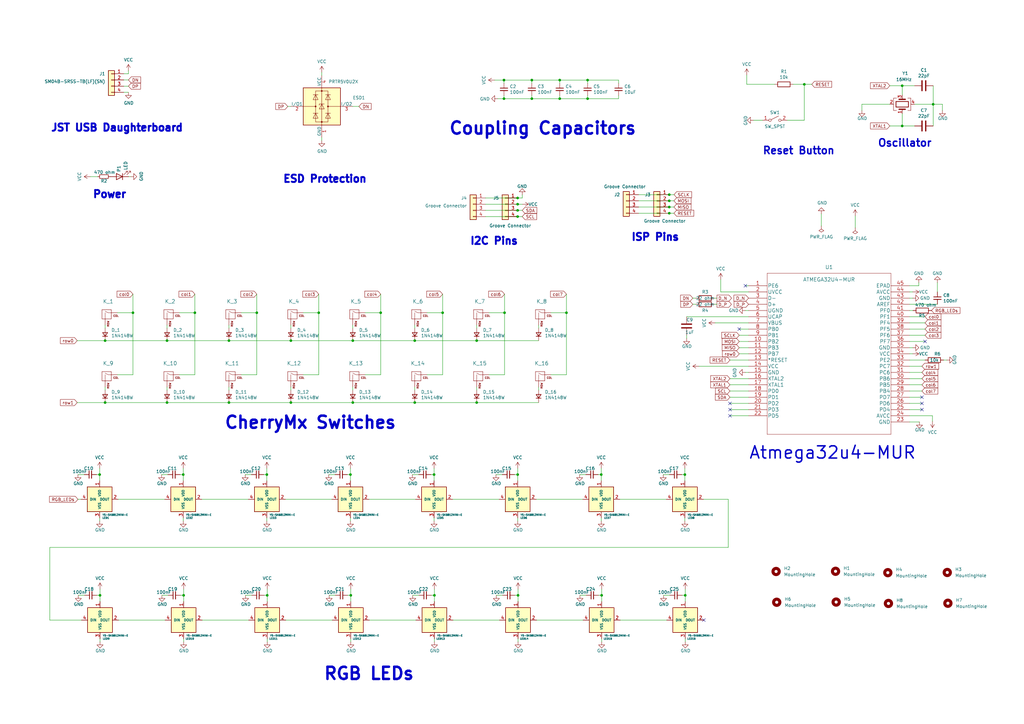
<source format=kicad_sch>
(kicad_sch (version 20211123) (generator eeschema)
  (paper "A3")
  (title_block (title "2x8 Keyboard PCB") (date "2023-01-14") (rev "1") (company "ahsanmehmoodawan1997@gmail.com") (comment 1 " Engr. Ahsan Mehmood Awan") (comment 2 "WhatsApp +923491540717") (comment 3 "Profile : https://www.fiverr.com/pcbdesign_engr"))
  (lib_symbols
    (symbol "ATMEGA32U4-MUR:ATMEGA32U4-MUR" (pin_names (offset 0.254))
      (property "Reference" "U" (at 33.02 10.16 0))
      (property "Value" "ATMEGA32U4-MUR" (at 33.02 7.62 0))
      (symbol "ATMEGA32U4-MUR_1_1"
        (pin bidirectional line (at 0 0 0) (length 7.62) (name "PE6") (number "1"))
        (pin bidirectional line (at 0 -22.86 0) (length 7.62) (name "PB2") (number "10"))
        (pin bidirectional line (at 0 -25.4 0) (length 7.62) (name "PB3") (number "11"))
        (pin bidirectional line (at 0 -27.94 0) (length 7.62) (name "PB7") (number "12"))
        (pin input line (at 0 -30.48 0) (length 7.62) (name "*RESET") (number "13"))
        (pin power_in line (at 0 -33.02 0) (length 7.62) (name "VCC") (number "14"))
        (pin power_in line (at 0 -35.56 0) (length 7.62) (name "GND") (number "15"))
        (pin output line (at 0 -38.1 0) (length 7.62) (name "XTAL2") (number "16"))
        (pin input line (at 0 -40.64 0) (length 7.62) (name "XTAL1") (number "17"))
        (pin bidirectional line (at 0 -43.18 0) (length 7.62) (name "PD0") (number "18"))
        (pin bidirectional line (at 0 -45.72 0) (length 7.62) (name "PD1") (number "19"))
        (pin power_in line (at 0 -2.54 0) (length 7.62) (name "UVCC") (number "2"))
        (pin bidirectional line (at 0 -48.26 0) (length 7.62) (name "PD2") (number "20"))
        (pin bidirectional line (at 0 -50.8 0) (length 7.62) (name "PD3") (number "21"))
        (pin bidirectional line (at 0 -53.34 0) (length 7.62) (name "PD5") (number "22"))
        (pin power_in line (at 66.04 -55.88 180) (length 7.62) (name "GND") (number "23"))
        (pin power_in line (at 66.04 -53.34 180) (length 7.62) (name "AVCC") (number "24"))
        (pin bidirectional line (at 66.04 -50.8 180) (length 7.62) (name "PD4") (number "25"))
        (pin bidirectional line (at 66.04 -48.26 180) (length 7.62) (name "PD6") (number "26"))
        (pin bidirectional line (at 66.04 -45.72 180) (length 7.62) (name "PD7") (number "27"))
        (pin bidirectional line (at 66.04 -43.18 180) (length 7.62) (name "PB4") (number "28"))
        (pin bidirectional line (at 66.04 -40.64 180) (length 7.62) (name "PB5") (number "29"))
        (pin unspecified line (at 0 -5.08 0) (length 7.62) (name "D-") (number "3"))
        (pin bidirectional line (at 66.04 -38.1 180) (length 7.62) (name "PB6") (number "30"))
        (pin bidirectional line (at 66.04 -35.56 180) (length 7.62) (name "PC6") (number "31"))
        (pin bidirectional line (at 66.04 -33.02 180) (length 7.62) (name "PC7") (number "32"))
        (pin bidirectional line (at 66.04 -30.48 180) (length 7.62) (name "PE2") (number "33"))
        (pin power_in line (at 66.04 -27.94 180) (length 7.62) (name "VCC") (number "34"))
        (pin power_in line (at 66.04 -25.4 180) (length 7.62) (name "GND") (number "35"))
        (pin bidirectional line (at 66.04 -22.86 180) (length 7.62) (name "PF7") (number "36"))
        (pin bidirectional line (at 66.04 -20.32 180) (length 7.62) (name "PF6") (number "37"))
        (pin bidirectional line (at 66.04 -17.78 180) (length 7.62) (name "PF5") (number "38"))
        (pin bidirectional line (at 66.04 -15.24 180) (length 7.62) (name "PF4") (number "39"))
        (pin unspecified line (at 0 -7.62 0) (length 7.62) (name "D+") (number "4"))
        (pin bidirectional line (at 66.04 -12.7 180) (length 7.62) (name "PF1") (number "40"))
        (pin bidirectional line (at 66.04 -10.16 180) (length 7.62) (name "PF0") (number "41"))
        (pin input line (at 66.04 -7.62 180) (length 7.62) (name "AREF") (number "42"))
        (pin power_in line (at 66.04 -5.08 180) (length 7.62) (name "GND") (number "43"))
        (pin power_in line (at 66.04 -2.54 180) (length 7.62) (name "AVCC") (number "44"))
        (pin unspecified line (at 66.04 0 180) (length 7.62) (name "EPAD") (number "45"))
        (pin power_in line (at 0 -10.16 0) (length 7.62) (name "UGND") (number "5"))
        (pin output line (at 0 -12.7 0) (length 7.62) (name "UCAP") (number "6"))
        (pin input line (at 0 -15.24 0) (length 7.62) (name "VBUS") (number "7"))
        (pin bidirectional line (at 0 -17.78 0) (length 7.62) (name "PB0") (number "8"))
        (pin bidirectional line (at 0 -20.32 0) (length 7.62) (name "PB1") (number "9"))
      )
    )
    (symbol "Cherry-Mx:YS-SK6812MINI-E" (pin_names (offset 1.016))
      (property "Reference" "LED" (at 2.54 -7.62 0))
      (property "Value" "YS-SK6812MINI-E" (at 6.35 -6.35 0))
      (symbol "YS-SK6812MINI-E_1_1"
        (pin power_in line (at 0 7.62 270) (length 2.54) (name "VDD") (number "1"))
        (pin output line (at 7.62 0 180) (length 2.54) (name "DOUT") (number "2"))
        (pin power_in line (at 0 -7.62 90) (length 2.54) (name "VSS") (number "3"))
        (pin input line (at -7.62 0 0) (length 2.54) (name "DIN") (number "4"))
      )
    )
    (symbol "Connector_Generic:Conn_01x04" (pin_names (offset 1.016) hide)
      (property "Reference" "J" (at 0 5.08 0))
      (property "Value" "Conn_01x04" (at 0 -7.62 0))
      (symbol "Conn_01x04_1_1"
        (pin passive line (at -5.08 2.54 0) (length 3.81) (name "Pin_1") (number "1"))
        (pin passive line (at -5.08 0 0) (length 3.81) (name "Pin_2") (number "2"))
        (pin passive line (at -5.08 -2.54 0) (length 3.81) (name "Pin_3") (number "3"))
        (pin passive line (at -5.08 -5.08 0) (length 3.81) (name "Pin_4") (number "4"))
      )
    )
    (symbol "Device:C" (pin_numbers hide) (pin_names (offset 0.254))
      (property "Reference" "C" (at 0.635 2.54 0))
      (property "Value" "Device_C" (at 0.635 -2.54 0))
      (symbol "C_1_1"
        (pin passive line (at 0 3.81 270) (length 2.794) (name "~") (number "1"))
        (pin passive line (at 0 -3.81 90) (length 2.794) (name "~") (number "2"))
      )
    )
    (symbol "Device:C_Small" (pin_numbers hide) (pin_names (offset 0.254) hide)
      (property "Reference" "C" (at 0.254 1.778 0))
      (property "Value" "C_Small" (at 0.254 -2.032 0))
      (symbol "C_Small_1_1"
        (pin passive line (at 0 2.54 270) (length 2.032) (name "~") (number "1"))
        (pin passive line (at 0 -2.54 90) (length 2.032) (name "~") (number "2"))
      )
    )
    (symbol "Device:Crystal_GND24" (pin_names (offset 1.016) hide)
      (property "Reference" "Y" (at 3.175 5.08 0))
      (property "Value" "Device_Crystal_GND24" (at 3.175 3.175 0))
      (symbol "Crystal_GND24_1_1"
        (pin passive line (at -3.81 0 0) (length 1.27) (name "1") (number "1"))
        (pin passive line (at 0 5.08 270) (length 1.27) (name "2") (number "2"))
        (pin passive line (at 3.81 0 180) (length 1.27) (name "3") (number "3"))
        (pin passive line (at 0 -5.08 90) (length 1.27) (name "4") (number "4"))
      )
    )
    (symbol "Device:D_Small" (pin_numbers hide) (pin_names (offset 0.254) hide)
      (property "Reference" "D" (at -1.27 2.032 0))
      (property "Value" "D_Small" (at -3.81 -2.032 0))
      (symbol "D_Small_1_1"
        (pin passive line (at -2.54 0 0) (length 1.778) (name "K") (number "1"))
        (pin passive line (at 2.54 0 180) (length 1.778) (name "A") (number "2"))
      )
    )
    (symbol "Device:LED" (pin_numbers hide) (pin_names (offset 1.016) hide)
      (property "Reference" "D" (at 0 2.54 0))
      (property "Value" "LED" (at 0 -2.54 0))
      (symbol "LED_1_1"
        (pin passive line (at -3.81 0 0) (length 2.54) (name "K") (number "1"))
        (pin passive line (at 3.81 0 180) (length 2.54) (name "A") (number "2"))
      )
    )
    (symbol "Device:R" (pin_numbers hide) (pin_names (offset 0))
      (property "Reference" "R" (at 2.032 0 90))
      (property "Value" "Device_R" (at 0 0 90))
      (symbol "R_1_1"
        (pin passive line (at 0 3.81 270) (length 1.27) (name "~") (number "1"))
        (pin passive line (at 0 -3.81 90) (length 1.27) (name "~") (number "2"))
      )
    )
    (symbol "Device:R_Small" (pin_numbers hide) (pin_names (offset 0.254) hide)
      (property "Reference" "R" (at 0.762 0.508 0))
      (property "Value" "R_Small" (at 0.762 -1.016 0))
      (symbol "R_Small_1_1"
        (pin passive line (at 0 2.54 270) (length 0.762) (name "~") (number "1"))
        (pin passive line (at 0 -2.54 90) (length 0.762) (name "~") (number "2"))
      )
    )
    (symbol "GND_1" (power) (pin_names (offset 0))
      (property "Value" "GND_1" (at 0 -3.81 0))
      (symbol "GND_1_1_1"
        (pin power_in line (at 0 0 270) (length 0) hide (name "GND") (number "1"))
      )
    )
    (symbol "MX_Alps_Hybrid:MX-NoLED" (pin_names (offset 1.016))
      (property "Reference" "MX" (at -0.635 3.81 0))
      (property "Value" "MX-NoLED" (at -0.635 1.27 0))
      (symbol "MX-NoLED_0_0"
        (text "COL" (at 3.175 0 0) (effects (font (size 0.762 0.762))))
        (text "ROW" (at 0 -1.905 900) (effects (font (size 0.762 0.762)) (justify right)))
      )
      (symbol "MX-NoLED_1_1"
        (pin passive line (at 3.81 1.27 180) (length 2.54) (name "COL") (number "1"))
        (pin passive line (at -1.27 -3.81 90) (length 2.54) (name "ROW") (number "2"))
      )
    )
    (symbol "Mechanical:MountingHole" (pin_names (offset 1.016))
      (property "Reference" "H" (at 0 5.08 0))
      (property "Value" "MountingHole" (at 0 3.175 0))
    )
    (symbol "Power_Protection:PRTR5V0U2X" (pin_names (offset 0))
      (property "Reference" "D" (at 2.794 8.636 0))
      (property "Value" "PRTR5V0U2X" (at 8.128 -9.398 0))
      (symbol "PRTR5V0U2X_1_1"
        (pin passive line (at 0 -12.7 90) (length 5.08) (name "GND") (number "1"))
        (pin passive line (at -12.7 0 0) (length 5.08) (name "I/O1") (number "2"))
        (pin passive line (at 12.7 0 180) (length 5.08) (name "I/O2") (number "3"))
        (pin passive line (at 0 12.7 270) (length 5.08) (name "VCC") (number "4"))
      )
    )
    (symbol "Switch:SW_SPST" (pin_names (offset 0) hide)
      (property "Reference" "SW" (at 0 3.175 0))
      (property "Value" "SW_SPST" (at 0 -2.54 0))
      (symbol "SW_SPST_1_1"
        (pin passive line (at -5.08 0 0) (length 2.54) (name "A") (number "1"))
        (pin passive line (at 5.08 0 180) (length 2.54) (name "B") (number "2"))
      )
    )
    (symbol "keeb_power:GND" (power) (pin_names (offset 0))
      (property "Value" "keeb_power_GND" (at 0 -3.81 0))
      (symbol "GND_1_1"
        (pin power_in line (at 0 0 270) (length 0) hide (name "GND") (number "1"))
      )
    )
    (symbol "power:GND" (power) (pin_names (offset 0))
      (property "Value" "power_GND" (at 0 -3.81 0))
      (symbol "GND_1_1"
        (pin power_in line (at 0 0 270) (length 0) hide (name "GND") (number "1"))
      )
    )
    (symbol "power:PWR_FLAG" (power) (pin_numbers hide) (pin_names (offset 0) hide)
      (property "Value" "PWR_FLAG" (at 0 3.81 0))
      (symbol "PWR_FLAG_0_0"
        (pin power_out line (at 0 0 90) (length 0) (name "pwr") (number "1"))
      )
    )
    (symbol "power:VCC" (power) (pin_names (offset 0))
      (property "Value" "VCC" (at 0 3.81 0))
      (symbol "VCC_1_1"
        (pin power_in line (at 0 0 90) (length 0) hide (name "VCC") (number "1"))
      )
    )
  )
  (junction (at 229.5652 32.8422))
  (junction (at 212.471 244.1702))
  (junction (at 181.5338 128.27))
  (junction (at 370.0272 35.1536))
  (junction (at 178.181 244.1702))
  (junction (at 218.1352 40.4622))
  (junction (at 212.2932 88.8238))
  (junction (at 240.9952 32.8422))
  (junction (at 274.4978 87.4522))
  (junction (at 93.9038 139.7))
  (junction (at 68.5038 139.7))
  (junction (at 212.2932 83.7438))
  (junction (at 281.051 244.1702))
  (junction (at 109.4486 194.6402))
  (junction (at 206.9338 128.27))
  (junction (at 229.5652 40.4622))
  (junction (at 382.7272 42.7736))
  (junction (at 130.7338 128.27))
  (junction (at 246.761 244.1702))
  (junction (at 41.021 244.1702))
  (junction (at 212.2932 81.2038))
  (junction (at 143.7386 194.6402))
  (junction (at 75.1586 194.6402))
  (junction (at 119.3038 165.1))
  (junction (at 119.3038 139.7))
  (junction (at 156.1338 128.27))
  (junction (at 206.7052 40.4622))
  (junction (at 246.6086 194.6402))
  (junction (at 93.9038 165.1))
  (junction (at 144.7038 139.7))
  (junction (at 232.3338 128.27))
  (junction (at 212.3186 194.6402))
  (junction (at 195.5038 165.1))
  (junction (at 170.1038 165.1))
  (junction (at 143.891 244.1702))
  (junction (at 274.4978 84.9122))
  (junction (at 54.5338 128.27))
  (junction (at 79.9338 128.27))
  (junction (at 274.4978 79.8322))
  (junction (at 280.8986 194.6402))
  (junction (at 274.4978 82.3722))
  (junction (at 206.7052 32.8422))
  (junction (at 75.311 244.1702))
  (junction (at 144.7038 165.1))
  (junction (at 370.0272 51.6636))
  (junction (at 178.0286 194.6402))
  (junction (at 109.601 244.1702))
  (junction (at 195.5038 139.7))
  (junction (at 105.3338 128.27))
  (junction (at 170.1038 139.7))
  (junction (at 329.8952 34.5948))
  (junction (at 68.5038 165.1))
  (junction (at 43.1038 139.7))
  (junction (at 43.1038 165.1))
  (junction (at 212.2932 86.2838))
  (junction (at 218.1352 32.8422))
  (junction (at 240.9952 40.4622))
  (junction (at 40.8686 194.6402))
  (no_connect (at 303.1998 134.9756))
  (no_connect (at 299.3898 165.4556))
  (no_connect (at 378.1298 167.9956))
  (no_connect (at 378.1298 165.4556))
  (no_connect (at 379.3998 140.0556))
  (no_connect (at 305.7398 117.1956))
  (no_connect (at 299.3898 170.5356))
  (no_connect (at 378.1298 162.9156))
  (no_connect (at 299.4406 167.9956))
  (no_connect (at 288.671 254.3302))
  (wire (pts (xy 240.9952 39.1922) (xy 240.9952 40.4622)))
  (wire (pts (xy 373.0498 122.2756) (xy 374.3198 122.2756)))
  (wire (pts (xy 119.3038 158.75) (xy 119.3038 160.02)))
  (wire (pts (xy 214.1982 86.2838) (xy 212.2932 86.2838)))
  (wire (pts (xy 41.021 244.1702) (xy 41.021 246.7102)))
  (wire (pts (xy 144.7038 133.35) (xy 144.7038 134.62)))
  (wire (pts (xy 181.5338 128.27) (xy 181.5338 153.67)))
  (wire (pts (xy 307.0098 119.7356) (xy 295.5798 119.7356)))
  (wire (pts (xy 281.6098 137.5156) (xy 281.6098 138.7856)))
  (wire (pts (xy 220.9038 133.35) (xy 220.9038 134.62)))
  (wire (pts (xy 373.0498 134.9756) (xy 379.3998 134.9756)))
  (wire (pts (xy 169.1386 194.6402) (xy 171.6786 194.6402)))
  (wire (pts (xy 48.1838 153.67) (xy 54.5338 153.67)))
  (wire (pts (xy 144.7038 158.75) (xy 144.7038 160.02)))
  (wire (pts (xy 261.9248 82.3722) (xy 274.4978 82.3722)))
  (wire (pts (xy 105.3338 128.27) (xy 105.3338 153.67)))
  (wire (pts (xy 211.0486 194.6402) (xy 212.3186 194.6402)))
  (wire (pts (xy 199.136 83.7438) (xy 212.2932 83.7438)))
  (wire (pts (xy 253.6952 40.4622) (xy 253.6952 39.1922)))
  (wire (pts (xy 211.201 244.1702) (xy 212.471 244.1702)))
  (wire (pts (xy 135.001 244.1702) (xy 137.541 244.1702)))
  (wire (pts (xy 82.7786 204.8002) (xy 101.8286 204.8002)))
  (wire (pts (xy 143.7386 192.1002) (xy 143.7386 194.6402)))
  (wire (pts (xy 212.471 244.1702) (xy 212.471 246.7102)))
  (wire (pts (xy 284.1498 122.2756) (xy 285.4198 122.2756)))
  (wire (pts (xy 54.5338 120.65) (xy 54.5338 128.27)))
  (wire (pts (xy 40.8686 192.1002) (xy 40.8686 194.6402)))
  (wire (pts (xy 246.6086 212.4202) (xy 246.6086 213.6902)))
  (wire (pts (xy 206.7052 32.8422) (xy 218.1352 32.8422)))
  (wire (pts (xy 325.3232 34.5948) (xy 329.8952 34.5948)))
  (wire (pts (xy 384.4798 115.9256) (xy 384.4798 119.7356)))
  (wire (pts (xy 280.8986 212.4202) (xy 280.8986 213.6902)))
  (wire (pts (xy 299.4406 167.9956) (xy 307.0098 167.9956)))
  (wire (pts (xy 212.471 261.9502) (xy 212.471 263.2202)))
  (wire (pts (xy 131.9784 29.6926) (xy 131.9784 30.9626)))
  (wire (pts (xy 108.331 244.1702) (xy 109.601 244.1702)))
  (wire (pts (xy 93.9038 139.7) (xy 119.3038 139.7)))
  (wire (pts (xy 246.761 244.1702) (xy 246.761 246.7102)))
  (wire (pts (xy 175.1838 128.27) (xy 181.5338 128.27)))
  (wire (pts (xy 93.9038 158.75) (xy 93.9038 160.02)))
  (wire (pts (xy 142.4686 194.6402) (xy 143.7386 194.6402)))
  (wire (pts (xy 299.3898 165.4556) (xy 307.0098 165.4556)))
  (wire (pts (xy 212.3186 194.6402) (xy 212.3186 197.1802)))
  (wire (pts (xy 219.9386 204.8002) (xy 238.9886 204.8002)))
  (wire (pts (xy 232.3338 120.65) (xy 232.3338 128.27)))
  (wire (pts (xy 68.5038 158.75) (xy 68.5038 160.02)))
  (wire (pts (xy 41.021 241.6302) (xy 41.021 244.1702)))
  (wire (pts (xy 156.1338 120.65) (xy 156.1338 128.27)))
  (wire (pts (xy 382.7272 42.7736) (xy 382.7272 51.6636)))
  (wire (pts (xy 303.1998 140.0556) (xy 307.0098 140.0556)))
  (wire (pts (xy 373.0498 132.4356) (xy 379.3998 132.4356)))
  (wire (pts (xy 200.5838 128.27) (xy 206.9338 128.27)))
  (wire (pts (xy 373.0498 152.7556) (xy 378.1298 152.7556)))
  (wire (pts (xy 66.421 244.1702) (xy 68.961 244.1702)))
  (wire (pts (xy 295.5798 119.7356) (xy 295.5798 114.6556)))
  (wire (pts (xy 246.761 241.6302) (xy 246.761 244.1702)))
  (wire (pts (xy 39.5986 194.6402) (xy 40.8686 194.6402)))
  (wire (pts (xy 322.9102 49.3268) (xy 329.8952 49.3268)))
  (wire (pts (xy 370.0272 38.9636) (xy 370.0272 35.1536)))
  (wire (pts (xy 124.3838 128.27) (xy 130.7338 128.27)))
  (wire (pts (xy 75.311 241.6302) (xy 75.311 244.1702)))
  (wire (pts (xy 364.9472 35.1536) (xy 370.0272 35.1536)))
  (wire (pts (xy 350.7486 88.5444) (xy 350.7486 93.3704)))
  (wire (pts (xy 375.1072 42.7736) (xy 382.7272 42.7736)))
  (wire (pts (xy 130.7338 128.27) (xy 130.7338 153.67)))
  (wire (pts (xy 195.5038 165.1) (xy 220.9038 165.1)))
  (wire (pts (xy 309.0672 49.3268) (xy 312.7502 49.3268)))
  (wire (pts (xy 293.0398 122.2756) (xy 294.0558 122.2756)))
  (wire (pts (xy 373.0498 173.0756) (xy 377.1138 173.0756)))
  (wire (pts (xy 52.6796 37.8714) (xy 50.7746 37.8714)))
  (wire (pts (xy 109.601 261.9502) (xy 109.601 263.2202)))
  (wire (pts (xy 329.8952 34.5948) (xy 332.9432 34.5948)))
  (wire (pts (xy 240.9952 32.8422) (xy 253.6952 32.8422)))
  (wire (pts (xy 200.5838 153.67) (xy 206.9338 153.67)))
  (wire (pts (xy 100.5586 194.6402) (xy 103.0986 194.6402)))
  (wire (pts (xy 373.0498 157.8356) (xy 378.1298 157.8356)))
  (wire (pts (xy 204.1652 40.4622) (xy 206.7052 40.4622)))
  (wire (pts (xy 20.447 224.536) (xy 20.447 254.3302)))
  (wire (pts (xy 281.051 261.9502) (xy 281.051 263.2202)))
  (wire (pts (xy 203.4286 194.6402) (xy 205.9686 194.6402)))
  (wire (pts (xy 195.5038 133.35) (xy 195.5038 134.62)))
  (wire (pts (xy 206.7052 39.1922) (xy 206.7052 40.4622)))
  (wire (pts (xy 373.0498 160.3756) (xy 378.1298 160.3756)))
  (wire (pts (xy 284.1498 124.8156) (xy 285.4198 124.8156)))
  (wire (pts (xy 373.0498 150.2156) (xy 378.1298 150.2156)))
  (wire (pts (xy 143.7386 194.6402) (xy 143.7386 197.1802)))
  (wire (pts (xy 373.0498 165.4556) (xy 378.1298 165.4556)))
  (wire (pts (xy 373.0498 127.3556) (xy 374.4468 127.3556)))
  (wire (pts (xy 142.621 244.1702) (xy 143.891 244.1702)))
  (wire (pts (xy 364.9472 51.6636) (xy 370.0272 51.6636)))
  (wire (pts (xy 73.5838 153.67) (xy 79.9338 153.67)))
  (wire (pts (xy 317.7032 34.5948) (xy 306.2732 34.5948)))
  (wire (pts (xy 306.2732 34.5948) (xy 306.2732 30.7848)))
  (wire (pts (xy 373.0498 170.5356) (xy 382.4478 170.5356)))
  (wire (pts (xy 281.051 244.1702) (xy 281.051 246.7102)))
  (wire (pts (xy 373.0498 140.0556) (xy 379.3998 140.0556)))
  (wire (pts (xy 109.4486 192.1002) (xy 109.4486 194.6402)))
  (wire (pts (xy 305.7398 127.3556) (xy 307.0098 127.3556)))
  (wire (pts (xy 117.221 254.3302) (xy 136.271 254.3302)))
  (wire (pts (xy 373.0498 145.1356) (xy 374.3198 145.1356)))
  (wire (pts (xy 387.0198 147.6756) (xy 388.2898 147.6756)))
  (wire (pts (xy 170.1038 158.75) (xy 170.1038 160.02)))
  (wire (pts (xy 144.7038 165.1) (xy 170.1038 165.1)))
  (wire (pts (xy 386.5372 42.7736) (xy 386.5372 45.3136)))
  (wire (pts (xy 109.601 241.6302) (xy 109.601 244.1702)))
  (wire (pts (xy 130.7338 120.65) (xy 130.7338 128.27)))
  (wire (pts (xy 370.0272 35.1536) (xy 375.1072 35.1536)))
  (wire (pts (xy 144.6784 43.6626) (xy 147.2184 43.6626)))
  (wire (pts (xy 52.6796 28.9814) (xy 52.6796 30.2514)))
  (wire (pts (xy 82.931 254.3302) (xy 101.981 254.3302)))
  (wire (pts (xy 98.9838 153.67) (xy 105.3338 153.67)))
  (wire (pts (xy 276.4028 87.4522) (xy 274.4978 87.4522)))
  (wire (pts (xy 237.7186 194.6402) (xy 240.2586 194.6402)))
  (wire (pts (xy 40.8686 194.6402) (xy 40.8686 197.1802)))
  (wire (pts (xy 382.7272 42.7736) (xy 386.5372 42.7736)))
  (wire (pts (xy 134.8486 194.6402) (xy 137.3886 194.6402)))
  (wire (pts (xy 73.5838 128.27) (xy 79.9338 128.27)))
  (wire (pts (xy 253.6952 32.8422) (xy 253.6952 34.1122)))
  (wire (pts (xy 373.0498 167.9956) (xy 378.1298 167.9956)))
  (wire (pts (xy 79.9338 128.27) (xy 79.9338 153.67)))
  (wire (pts (xy 373.0498 155.2956) (xy 378.1298 155.2956)))
  (wire (pts (xy 237.871 244.1702) (xy 240.411 244.1702)))
  (wire (pts (xy 199.136 81.2038) (xy 212.2932 81.2038)))
  (wire (pts (xy 176.7586 194.6402) (xy 178.0286 194.6402)))
  (wire (pts (xy 212.3186 212.4202) (xy 212.3186 213.6902)))
  (wire (pts (xy 214.1982 81.2038) (xy 212.2932 81.2038)))
  (wire (pts (xy 206.7052 34.1122) (xy 206.7052 32.8422)))
  (wire (pts (xy 48.1838 128.27) (xy 54.5338 128.27)))
  (wire (pts (xy 119.3038 133.35) (xy 119.3038 134.62)))
  (wire (pts (xy 370.0272 46.5836) (xy 370.0272 51.6636)))
  (wire (pts (xy 176.911 244.1702) (xy 178.181 244.1702)))
  (wire (pts (xy 31.9786 194.6402) (xy 34.5186 194.6402)))
  (wire (pts (xy 353.5172 45.3136) (xy 353.5172 42.7736)))
  (wire (pts (xy 119.3038 165.1) (xy 144.7038 165.1)))
  (wire (pts (xy 281.6098 129.8956) (xy 307.0098 129.8956)))
  (wire (pts (xy 229.5652 32.8422) (xy 229.5652 34.1122)))
  (wire (pts (xy 303.1998 145.1356) (xy 307.0098 145.1356)))
  (wire (pts (xy 100.711 244.1702) (xy 103.251 244.1702)))
  (wire (pts (xy 272.161 244.1702) (xy 274.701 244.1702)))
  (wire (pts (xy 246.6086 194.6402) (xy 246.6086 197.1802)))
  (wire (pts (xy 373.0498 137.5156) (xy 379.3998 137.5156)))
  (wire (pts (xy 212.471 241.6302) (xy 212.471 244.1702)))
  (wire (pts (xy 169.291 244.1702) (xy 171.831 244.1702)))
  (wire (pts (xy 178.181 244.1702) (xy 178.181 246.7102)))
  (wire (pts (xy 286.6898 150.2156) (xy 307.0098 150.2156)))
  (wire (pts (xy 68.5038 139.7) (xy 93.9038 139.7)))
  (wire (pts (xy 20.447 254.3302) (xy 33.401 254.3302)))
  (wire (pts (xy 93.9038 133.35) (xy 93.9038 134.62)))
  (wire (pts (xy 274.4978 82.3722) (xy 276.4028 82.3722)))
  (wire (pts (xy 203.581 244.1702) (xy 206.121 244.1702)))
  (wire (pts (xy 117.0686 204.8002) (xy 136.1186 204.8002)))
  (wire (pts (xy 293.0398 124.8156) (xy 294.0558 124.8156)))
  (wire (pts (xy 376.8598 115.9256) (xy 376.8598 117.1956)))
  (wire (pts (xy 214.1982 79.9338) (xy 214.1982 81.2038)))
  (wire (pts (xy 48.641 254.3302) (xy 67.691 254.3302)))
  (wire (pts (xy 373.0498 142.5956) (xy 374.3198 142.5956)))
  (wire (pts (xy 218.1352 39.1922) (xy 218.1352 40.4622)))
  (wire (pts (xy 288.5186 204.8002) (xy 298.6786 204.8002)))
  (wire (pts (xy 32.131 244.1702) (xy 34.671 244.1702)))
  (wire (pts (xy 218.1352 40.4622) (xy 229.5652 40.4622)))
  (wire (pts (xy 151.3586 204.8002) (xy 170.4086 204.8002)))
  (wire (pts (xy 305.7398 117.1956) (xy 307.0098 117.1956)))
  (wire (pts (xy 185.801 254.3302) (xy 204.851 254.3302)))
  (wire (pts (xy 109.601 244.1702) (xy 109.601 246.7102)))
  (wire (pts (xy 240.9952 32.8422) (xy 240.9952 34.1122)))
  (wire (pts (xy 218.1352 32.8422) (xy 229.5652 32.8422)))
  (wire (pts (xy 382.7272 35.1536) (xy 382.7272 42.7736)))
  (wire (pts (xy 281.051 241.6302) (xy 281.051 244.1702)))
  (wire (pts (xy 53.5686 72.4408) (xy 52.8066 72.4408)))
  (wire (pts (xy 175.1838 153.67) (xy 181.5338 153.67)))
  (wire (pts (xy 170.1038 139.7) (xy 195.5038 139.7)))
  (wire (pts (xy 43.1038 139.7) (xy 68.5038 139.7)))
  (wire (pts (xy 299.3898 157.8356) (xy 307.0098 157.8356)))
  (wire (pts (xy 74.041 244.1702) (xy 75.311 244.1702)))
  (wire (pts (xy 43.1038 158.75) (xy 43.1038 160.02)))
  (wire (pts (xy 199.136 86.2838) (xy 212.2932 86.2838)))
  (wire (pts (xy 119.3038 139.7) (xy 144.7038 139.7)))
  (wire (pts (xy 299.3898 155.2956) (xy 307.0098 155.2956)))
  (wire (pts (xy 298.6786 204.8002) (xy 298.6786 224.536)))
  (wire (pts (xy 229.5652 32.8422) (xy 240.9952 32.8422)))
  (wire (pts (xy 336.8802 87.7316) (xy 336.8802 92.6846)))
  (wire (pts (xy 66.2686 194.6402) (xy 68.8086 194.6402)))
  (wire (pts (xy 143.891 261.9502) (xy 143.891 263.2202)))
  (wire (pts (xy 245.491 244.1702) (xy 246.761 244.1702)))
  (wire (pts (xy 93.9038 165.1) (xy 119.3038 165.1)))
  (wire (pts (xy 212.3186 192.1002) (xy 212.3186 194.6402)))
  (wire (pts (xy 246.6086 192.1002) (xy 246.6086 194.6402)))
  (wire (pts (xy 178.181 241.6302) (xy 178.181 244.1702)))
  (wire (pts (xy 261.9248 87.4522) (xy 274.4978 87.4522)))
  (wire (pts (xy 206.9338 128.27) (xy 206.9338 153.67)))
  (wire (pts (xy 124.3838 153.67) (xy 130.7338 153.67)))
  (wire (pts (xy 54.5338 128.27) (xy 54.5338 153.67)))
  (wire (pts (xy 143.7386 212.4202) (xy 143.7386 213.6902)))
  (wire (pts (xy 52.6796 35.3314) (xy 50.7746 35.3314)))
  (wire (pts (xy 373.0498 147.6756) (xy 379.3998 147.6756)))
  (wire (pts (xy 98.9838 128.27) (xy 105.3338 128.27)))
  (wire (pts (xy 299.3898 147.6756) (xy 307.0098 147.6756)))
  (wire (pts (xy 43.1038 133.35) (xy 43.1038 134.62)))
  (wire (pts (xy 303.1998 142.5956) (xy 307.0098 142.5956)))
  (wire (pts (xy 37.0586 72.4408) (xy 40.1066 72.4408)))
  (wire (pts (xy 195.5038 158.75) (xy 195.5038 160.02)))
  (wire (pts (xy 206.7052 40.4622) (xy 218.1352 40.4622)))
  (wire (pts (xy 118.0084 43.6626) (xy 119.2784 43.6626)))
  (wire (pts (xy 254.381 254.3302) (xy 273.431 254.3302)))
  (wire (pts (xy 225.9838 128.27) (xy 232.3338 128.27)))
  (wire (pts (xy 108.1786 194.6402) (xy 109.4486 194.6402)))
  (wire (pts (xy 280.8986 192.1002) (xy 280.8986 194.6402)))
  (wire (pts (xy 240.9952 40.4622) (xy 253.6952 40.4622)))
  (wire (pts (xy 181.5338 120.65) (xy 181.5338 128.27)))
  (wire (pts (xy 376.8598 117.1956) (xy 373.0498 117.1956)))
  (wire (pts (xy 149.7838 128.27) (xy 156.1338 128.27)))
  (wire (pts (xy 373.0498 162.9156) (xy 378.1298 162.9156)))
  (wire (pts (xy 41.021 261.9502) (xy 41.021 263.2202)))
  (wire (pts (xy 225.9838 153.67) (xy 232.3338 153.67)))
  (wire (pts (xy 195.5038 139.7) (xy 220.9038 139.7)))
  (wire (pts (xy 178.0286 212.4202) (xy 178.0286 213.6902)))
  (wire (pts (xy 382.4478 170.5356) (xy 382.4478 172.8216)))
  (wire (pts (xy 52.6796 30.2514) (xy 50.7746 30.2514)))
  (wire (pts (xy 220.9038 158.75) (xy 220.9038 160.02)))
  (wire (pts (xy 131.9784 56.3626) (xy 131.9784 57.6326)))
  (wire (pts (xy 212.2932 83.7438) (xy 214.1982 83.7438)))
  (wire (pts (xy 43.1038 165.1) (xy 68.5038 165.1)))
  (wire (pts (xy 305.7398 152.7556) (xy 307.0098 152.7556)))
  (wire (pts (xy 105.3338 120.65) (xy 105.3338 128.27)))
  (wire (pts (xy 373.0498 119.7356) (xy 374.3198 119.7356)))
  (wire (pts (xy 144.7038 139.7) (xy 170.1038 139.7)))
  (wire (pts (xy 178.0286 192.1002) (xy 178.0286 194.6402)))
  (wire (pts (xy 48.4886 204.8002) (xy 67.5386 204.8002)))
  (wire (pts (xy 353.5172 42.7736) (xy 364.9472 42.7736)))
  (wire (pts (xy 299.3898 160.3756) (xy 307.0098 160.3756)))
  (wire (pts (xy 40.8686 212.4202) (xy 40.8686 213.6902)))
  (wire (pts (xy 246.761 261.9502) (xy 246.761 263.2202)))
  (wire (pts (xy 109.4486 194.6402) (xy 109.4486 197.1802)))
  (wire (pts (xy 50.7746 32.7914) (xy 52.6796 32.7914)))
  (wire (pts (xy 170.1038 133.35) (xy 170.1038 134.62)))
  (wire (pts (xy 178.181 261.9502) (xy 178.181 263.2202)))
  (wire (pts (xy 75.311 244.1702) (xy 75.311 246.7102)))
  (wire (pts (xy 33.2486 204.8002) (xy 31.9786 204.8002)))
  (wire (pts (xy 143.891 244.1702) (xy 143.891 246.7102)))
  (wire (pts (xy 185.6486 204.8002) (xy 204.6986 204.8002)))
  (wire (pts (xy 279.6286 194.6402) (xy 280.8986 194.6402)))
  (wire (pts (xy 303.1998 134.9756) (xy 307.0098 134.9756)))
  (wire (pts (xy 75.1586 194.6402) (xy 75.1586 197.1802)))
  (wire (pts (xy 31.6738 139.7) (xy 43.1038 139.7)))
  (wire (pts (xy 220.091 254.3302) (xy 239.141 254.3302)))
  (wire (pts (xy 156.1338 128.27) (xy 156.1338 153.67)))
  (wire (pts (xy 280.8986 194.6402) (xy 280.8986 197.1802)))
  (wire (pts (xy 143.891 241.6302) (xy 143.891 244.1702)))
  (wire (pts (xy 39.751 244.1702) (xy 41.021 244.1702)))
  (wire (pts (xy 279.781 244.1702) (xy 281.051 244.1702)))
  (wire (pts (xy 75.1586 212.4202) (xy 75.1586 213.6902)))
  (wire (pts (xy 151.511 254.3302) (xy 170.561 254.3302)))
  (wire (pts (xy 261.9248 84.9122) (xy 274.4978 84.9122)))
  (wire (pts (xy 274.4978 79.8322) (xy 276.4536 79.8322)))
  (wire (pts (xy 245.3386 194.6402) (xy 246.6086 194.6402)))
  (wire (pts (xy 218.1352 32.8422) (xy 218.1352 34.1122)))
  (wire (pts (xy 68.5038 133.35) (xy 68.5038 134.62)))
  (wire (pts (xy 329.8952 49.3268) (xy 329.8952 34.5948)))
  (wire (pts (xy 373.0498 124.8156) (xy 384.4798 124.8156)))
  (wire (pts (xy 206.9338 120.65) (xy 206.9338 128.27)))
  (wire (pts (xy 298.6786 224.536) (xy 20.447 224.536)))
  (wire (pts (xy 299.3898 162.9156) (xy 307.0098 162.9156)))
  (wire (pts (xy 254.2286 204.8002) (xy 273.2786 204.8002)))
  (wire (pts (xy 229.5652 39.1922) (xy 229.5652 40.4622)))
  (wire (pts (xy 373.0498 129.8956) (xy 379.3998 129.8956)))
  (wire (pts (xy 272.0086 194.6402) (xy 274.5486 194.6402)))
  (wire (pts (xy 31.6738 165.1) (xy 43.1038 165.1)))
  (wire (pts (xy 232.3338 128.27) (xy 232.3338 153.67)))
  (wire (pts (xy 75.1586 192.1002) (xy 75.1586 194.6402)))
  (wire (pts (xy 68.5038 165.1) (xy 93.9038 165.1)))
  (wire (pts (xy 229.5652 40.4622) (xy 240.9952 40.4622)))
  (wire (pts (xy 370.0272 51.6636) (xy 375.1072 51.6636)))
  (wire (pts (xy 199.136 88.8238) (xy 212.2932 88.8238)))
  (wire (pts (xy 261.9248 79.8322) (xy 274.4978 79.8322)))
  (wire (pts (xy 75.311 261.9502) (xy 75.311 263.2202)))
  (wire (pts (xy 299.3898 170.5356) (xy 307.0098 170.5356)))
  (wire (pts (xy 214.1982 88.8238) (xy 212.2932 88.8238)))
  (wire (pts (xy 202.8952 32.8422) (xy 206.7052 32.8422)))
  (wire (pts (xy 303.1998 137.5156) (xy 307.0098 137.5156)))
  (wire (pts (xy 293.2938 132.4356) (xy 307.0098 132.4356)))
  (wire (pts (xy 149.7838 153.67) (xy 156.1338 153.67)))
  (wire (pts (xy 73.8886 194.6402) (xy 75.1586 194.6402)))
  (wire (pts (xy 178.0286 194.6402) (xy 178.0286 197.1802)))
  (wire (pts (xy 276.4028 84.9122) (xy 274.4978 84.9122)))
  (wire (pts (xy 79.9338 120.65) (xy 79.9338 128.27)))
  (wire (pts (xy 109.4486 212.4202) (xy 109.4486 213.6902)))
  (wire (pts (xy 170.1038 165.1) (xy 195.5038 165.1)))
  (text "Power" (at 37.8206 81.5848 0) (effects (font (size 3 3) (thickness 1) bold) (justify left bottom)))
  (text "RGB LEDs" (at 132.461 279.3746 0) (effects (font (size 5 5) (thickness 1) bold) (justify left bottom)))
  (text "JST USB Daughterboard" (at 75.3618 54.2798 180) (effects (font (size 3 3) (thickness 1) bold) (justify right bottom)))
  (text "Oscillator" (at 359.8672 60.5536 0) (effects (font (size 3 3) (thickness 0.6) bold) (justify left bottom)))
  (text "CherryMx Switches\n" (at 91.7702 176.3776 0) (effects (font (size 5 5) (thickness 1) bold) (justify left bottom)))
  (text "ESD Protection" (at 115.8494 75.2856 0) (effects (font (size 3 3) (thickness 1) bold) (justify left bottom)))
  (text "Coupling Capacitors" (at 183.8452 55.7022 0) (effects (font (size 5 5) (thickness 1) bold) (justify left bottom)))
  (text "Atmega32u4-MUR\n" (at 307.0352 188.7474 0) (effects (font (size 5 5) (thickness 0.6) bold) (justify left bottom)))
  (text "ISP Pins" (at 258.699 99.1362 0) (effects (font (size 3 3) (thickness 1) bold) (justify left bottom)))
  (text "I2C Pins" (at 192.5828 100.7364 0) (effects (font (size 3 3) (thickness 1) bold) (justify left bottom)))
  (text "Reset Button" (at 312.6232 63.6778 0) (effects (font (size 3 3) (thickness 0.6) bold) (justify left bottom)))
  (global_label "RGB_LEDs" (shape input) (at 382.0668 127.3556 0) (property "Intersheet References" "${INTERSHEET_REFS}" (effects hide)))
  (global_label "DN" (shape input) (at 284.1498 122.2756 180) (property "Intersheet References" "${INTERSHEET_REFS}" (effects hide)))
  (global_label "col7" (shape input) (at 378.1298 160.3756 0) (property "Intersheet References" "${INTERSHEET_REFS}" (effects hide)))
  (global_label "col6" (shape input) (at 378.1298 157.8356 0) (property "Intersheet References" "${INTERSHEET_REFS}" (effects hide)))
  (global_label "col4" (shape input) (at 378.1298 152.7556 0) (property "Intersheet References" "${INTERSHEET_REFS}" (effects hide)))
  (global_label "RESET" (shape input) (at 332.9432 34.5948 0) (property "Intersheet References" "${INTERSHEET_REFS}" (effects hide)))
  (global_label "MISO" (shape input) (at 303.1998 142.5956 180) (property "Intersheet References" "${INTERSHEET_REFS}" (effects hide)))
  (global_label "SCL" (shape input) (at 214.1982 88.8238 0) (property "Intersheet References" "${INTERSHEET_REFS}" (effects hide)))
  (global_label "col4" (shape input) (at 156.1338 120.65 180) (property "Intersheet References" "${INTERSHEET_REFS}" (effects hide)))
  (global_label "SDA" (shape input) (at 299.3898 162.9156 180) (property "Intersheet References" "${INTERSHEET_REFS}" (effects hide)))
  (global_label "col3" (shape input) (at 130.7338 120.65 180) (property "Intersheet References" "${INTERSHEET_REFS}" (effects hide)))
  (global_label "XTAL1" (shape input) (at 299.3898 157.8356 180) (property "Intersheet References" "${INTERSHEET_REFS}" (effects hide)))
  (global_label "row0" (shape input) (at 303.1998 145.1356 180) (property "Intersheet References" "${INTERSHEET_REFS}" (effects hide)))
  (global_label "D_N" (shape input) (at 307.0098 122.2756 180) (property "Intersheet References" "${INTERSHEET_REFS}" (effects hide)))
  (global_label "D_P" (shape output) (at 294.0558 124.8156 0) (property "Intersheet References" "${INTERSHEET_REFS}" (effects hide)))
  (global_label "row0" (shape input) (at 31.6738 139.7 180) (property "Intersheet References" "${INTERSHEET_REFS}" (effects hide)))
  (global_label "col5" (shape input) (at 181.5338 120.65 180) (property "Intersheet References" "${INTERSHEET_REFS}" (effects hide)))
  (global_label "D_P" (shape input) (at 307.0098 124.8156 180) (property "Intersheet References" "${INTERSHEET_REFS}" (effects hide)))
  (global_label "RESET" (shape input) (at 276.4028 87.4522 0) (property "Intersheet References" "${INTERSHEET_REFS}" (effects hide)))
  (global_label "XTAL1" (shape input) (at 364.9472 51.6636 180) (property "Intersheet References" "${INTERSHEET_REFS}" (effects hide)))
  (global_label "col0" (shape input) (at 54.5338 120.65 180) (property "Intersheet References" "${INTERSHEET_REFS}" (effects hide)))
  (global_label "MOSI" (shape input) (at 303.1998 140.0556 180) (property "Intersheet References" "${INTERSHEET_REFS}" (effects hide)))
  (global_label "col3" (shape input) (at 379.3998 137.5156 0) (property "Intersheet References" "${INTERSHEET_REFS}" (effects hide)))
  (global_label "MOSI" (shape input) (at 276.4028 82.3722 0) (property "Intersheet References" "${INTERSHEET_REFS}" (effects hide)))
  (global_label "row1" (shape input) (at 378.1298 150.2156 0) (property "Intersheet References" "${INTERSHEET_REFS}" (effects hide)))
  (global_label "col1" (shape input) (at 379.3998 132.4356 0) (property "Intersheet References" "${INTERSHEET_REFS}" (effects hide)))
  (global_label "RGB_LEDs" (shape input) (at 31.9786 204.8002 180) (property "Intersheet References" "${INTERSHEET_REFS}" (effects hide)))
  (global_label "row1" (shape input) (at 31.6738 165.1 180) (property "Intersheet References" "${INTERSHEET_REFS}" (effects hide)))
  (global_label "XTAL2" (shape input) (at 364.9472 35.1536 180) (property "Intersheet References" "${INTERSHEET_REFS}" (effects hide)))
  (global_label "DN" (shape input) (at 147.2184 43.6626 0) (property "Intersheet References" "${INTERSHEET_REFS}" (effects hide)))
  (global_label "DP" (shape input) (at 284.1498 124.8156 180) (property "Intersheet References" "${INTERSHEET_REFS}" (effects hide)))
  (global_label "SCL" (shape input) (at 299.3898 160.3756 180) (property "Intersheet References" "${INTERSHEET_REFS}" (effects hide)))
  (global_label "RESET" (shape input) (at 299.3898 147.6756 180) (property "Intersheet References" "${INTERSHEET_REFS}" (effects hide)))
  (global_label "SCLK" (shape input) (at 276.4536 79.8322 0) (property "Intersheet References" "${INTERSHEET_REFS}" (effects hide)))
  (global_label "D_N" (shape output) (at 294.0558 122.2756 0) (property "Intersheet References" "${INTERSHEET_REFS}" (effects hide)))
  (global_label "MISO" (shape input) (at 276.4028 84.9122 0) (property "Intersheet References" "${INTERSHEET_REFS}" (effects hide)))
  (global_label "col7" (shape input) (at 232.3338 120.65 180) (property "Intersheet References" "${INTERSHEET_REFS}" (effects hide)))
  (global_label "DP" (shape input) (at 52.6796 35.3314 0) (property "Intersheet References" "${INTERSHEET_REFS}" (effects hide)))
  (global_label "col2" (shape input) (at 105.3338 120.65 180) (property "Intersheet References" "${INTERSHEET_REFS}" (effects hide)))
  (global_label "XTAL2" (shape input) (at 299.3898 155.2956 180) (property "Intersheet References" "${INTERSHEET_REFS}" (effects hide)))
  (global_label "col5" (shape input) (at 378.1298 155.2956 0) (property "Intersheet References" "${INTERSHEET_REFS}" (effects hide)))
  (global_label "col6" (shape input) (at 206.9338 120.65 180) (property "Intersheet References" "${INTERSHEET_REFS}" (effects hide)))
  (global_label "col0" (shape input) (at 379.3998 129.8956 0) (property "Intersheet References" "${INTERSHEET_REFS}" (effects hide)))
  (global_label "col2" (shape input) (at 379.3998 134.9756 0) (property "Intersheet References" "${INTERSHEET_REFS}" (effects hide)))
  (global_label "col1" (shape input) (at 79.9338 120.65 180) (property "Intersheet References" "${INTERSHEET_REFS}" (effects hide)))
  (global_label "DP" (shape input) (at 118.0084 43.6626 180) (property "Intersheet References" "${INTERSHEET_REFS}" (effects hide)))
  (global_label "DN" (shape input) (at 52.6796 32.7914 0) (property "Intersheet References" "${INTERSHEET_REFS}" (effects hide)))
  (global_label "SCLK" (shape input) (at 303.1998 137.5156 180) (property "Intersheet References" "${INTERSHEET_REFS}" (effects hide)))
  (global_label "SDA" (shape input) (at 214.1982 86.2838 0) (property "Intersheet References" "${INTERSHEET_REFS}" (effects hide)))
  (symbol (lib_id "power:GND") (at 203.581 244.1702 0) (unit 1)
    (property "Reference" "#PWR069" (effects hide))
    (property "Value" "GND" (at 203.708 248.5644 0) (effects (justify bottom)))
  )
  (symbol (lib_id "Connector_Generic:Conn_01x04") (at 45.6946 32.7914 0) (mirror y) (unit 1)
    (property "Reference" "J1" (at 43.1546 30.2514 0) (effects (justify left)))
    (property "Value" "SM04B-SRSS-TB(LF)(SN)" (at 43.1546 33.4264 0) (effects (justify left)))
    (property "Footprint" "Ahsan Libs:JST_SH_SM04B-SRSS-TB_1x04-1MP_P1.00mm_Horizontal" (effects hide))
  )
  (symbol (lib_id "power:GND") (at 75.311 263.2202 0) (unit 1)
    (property "Reference" "#PWR073" (effects hide))
    (property "Value" "GND" (at 75.438 267.6144 0) (effects (justify bottom)))
  )
  (symbol (lib_id "Device:D_Small") (at 68.5038 137.16 90) (unit 1)
    (property "Reference" "D_2" (at 71.0438 135.382 90) (effects (justify right)))
    (property "Value" "1N4148W" (at 71.0438 137.668 90) (effects (justify right)))
    (property "Footprint" "Ahsan Libs:D_SOD-123" (effects hide))
  )
  (symbol (lib_id "Cherry-Mx:YS-SK6812MINI-E") (at 178.0286 204.8002 0) (unit 1)
    (property "Reference" "LED5" (at 180.5686 212.4202 0) (effects (font (size 0.7366 0.7366))))
    (property "Value" "YS-SK6812MINI-E" (at 184.3786 211.1502 0) (effects (font (size 0.7366 0.7366))))
    (property "Footprint" "Ahsan Libs:CRONE-SK6812MINI-E" (effects hide))
    (property "Datasheet" "https://cdn-shop.adafruit.com/product-files/2686/SK6812MINI_REV.01-1-2.pdf" (effects hide))
  )
  (symbol (lib_id "power:GND") (at 374.3198 142.5956 90) (unit 1)
    (property "Reference" "#PWR025" (effects hide))
    (property "Value" "GND" (at 379.3998 142.5956 90))
  )
  (symbol (lib_id "Device:C_Small") (at 139.9286 194.6402 90) (unit 1)
    (property "Reference" "C13" (at 141.1986 192.1002 90) (effects (justify left)))
    (property "Value" "100nF" (at 138.6586 193.3702 90) (effects (justify left)))
    (property "Footprint" "Ahsan Libs:C_0603_1608Metric" (effects hide))
  )
  (symbol (lib_id "Device:D_Small") (at 144.7038 162.56 90) (unit 1)
    (property "Reference" "D_13" (at 147.2438 160.782 90) (effects (justify right)))
    (property "Value" "1N4148W" (at 147.2438 163.068 90) (effects (justify right)))
    (property "Footprint" "Ahsan Libs:D_SOD-123" (effects hide))
  )
  (symbol (lib_id "Connector_Generic:Conn_01x04") (at 194.056 83.7438 0) (mirror y) (unit 1)
    (property "Reference" "J4" (at 191.516 81.2038 0) (effects (justify left)))
    (property "Value" "Groove Connector" (at 191.516 84.3788 0) (effects (justify left)))
    (property "Footprint" "Connector_JST:JST_PH_S4B-PH-SM4-TB_1x04-1MP_P2.00mm_Horizontal" (effects hide))
  )
  (symbol (lib_id "Cherry-Mx:YS-SK6812MINI-E") (at 75.1586 204.8002 0) (unit 1)
    (property "Reference" "LED2" (at 77.6986 212.4202 0) (effects (font (size 0.7366 0.7366))))
    (property "Value" "YS-SK6812MINI-E" (at 81.5086 211.1502 0) (effects (font (size 0.7366 0.7366))))
    (property "Footprint" "Ahsan Libs:CRONE-SK6812MINI-E" (effects hide))
    (property "Datasheet" "https://cdn-shop.adafruit.com/product-files/2686/SK6812MINI_REV.01-1-2.pdf" (effects hide))
  )
  (symbol (lib_id "power:VCC") (at 109.601 241.6302 0) (unit 1)
    (property "Reference" "#PWR058" (effects hide))
    (property "Value" "VCC" (at 109.601 237.1852 0))
  )
  (symbol (lib_id "power:VCC") (at 131.9784 29.6926 0) (unit 1)
    (property "Reference" "#PWR02" (effects hide))
    (property "Value" "VCC" (at 131.9784 25.2476 0))
  )
  (symbol (lib_id "power:PWR_FLAG") (at 350.7486 93.3704 180) (unit 1)
    (property "Reference" "#FLG02" (effects hide))
    (property "Value" "PWR_FLAG" (at 350.7486 97.8154 0))
  )
  (symbol (lib_id "Device:D_Small") (at 170.1038 137.16 90) (unit 1)
    (property "Reference" "D_6" (at 172.6438 135.382 90) (effects (justify right)))
    (property "Value" "1N4148W" (at 172.6438 137.668 90) (effects (justify right)))
    (property "Footprint" "Ahsan Libs:D_SOD-123" (effects hide))
  )
  (symbol (lib_id "Cherry-Mx:YS-SK6812MINI-E") (at 75.311 254.3302 0) (unit 1)
    (property "Reference" "LED10" (at 77.851 261.9502 0) (effects (font (size 0.7366 0.7366))))
    (property "Value" "YS-SK6812MINI-E" (at 81.661 260.6802 0) (effects (font (size 0.7366 0.7366))))
    (property "Footprint" "Ahsan Libs:CRONE-SK6812MINI-E" (effects hide))
    (property "Datasheet" "https://cdn-shop.adafruit.com/product-files/2686/SK6812MINI_REV.01-1-2.pdf" (effects hide))
  )
  (symbol (lib_id "Device:C_Small") (at 242.7986 194.6402 90) (unit 1)
    (property "Reference" "C16" (at 244.0686 192.1002 90) (effects (justify left)))
    (property "Value" "100nF" (at 241.5286 193.3702 90) (effects (justify left)))
    (property "Footprint" "Ahsan Libs:C_0603_1608Metric" (effects hide))
  )
  (symbol (lib_id "power:GND") (at 305.7398 127.3556 270) (unit 1)
    (property "Reference" "#PWR022" (effects hide))
    (property "Value" "GND" (at 300.9138 127.3556 90))
  )
  (symbol (lib_id "Device:D_Small") (at 68.5038 162.56 90) (unit 1)
    (property "Reference" "D_10" (at 71.0438 160.782 90) (effects (justify right)))
    (property "Value" "1N4148W" (at 71.0438 163.068 90) (effects (justify right)))
    (property "Footprint" "Ahsan Libs:D_SOD-123" (effects hide))
  )
  (symbol (lib_id "power:GND") (at 204.1652 40.4622 270) (unit 1)
    (property "Reference" "#PWR06" (effects hide))
    (property "Value" "GND" (at 200.914 40.5892 90) (effects (justify right)))
  )
  (symbol (lib_id "MX_Alps_Hybrid:MX-NoLED") (at 95.1738 154.94 0) (unit 1)
    (property "Reference" "K_11" (at 95.1738 149.0218 0) (effects (font (size 1.524 1.524))))
    (property "Value" "KEYSW-1u" (effects hide))
    (property "Footprint" "Ahsan Libs:MXOnly-1U-NoLED" (effects hide))
  )
  (symbol (lib_id "power:VCC") (at 52.6796 28.9814 0) (unit 1)
    (property "Reference" "#PWR01" (effects hide))
    (property "Value" "VCC" (at 52.6796 24.5364 0))
  )
  (symbol (lib_id "power:GND") (at 169.291 244.1702 0) (unit 1)
    (property "Reference" "#PWR068" (effects hide))
    (property "Value" "GND" (at 169.418 248.5644 0) (effects (justify bottom)))
  )
  (symbol (lib_id "Mechanical:MountingHole") (at 318.3128 234.3912 0) (unit 1) (in_bom no)
    (property "Reference" "H2" (at 321.5132 233.1211 0) (effects (justify left)))
    (property "Value" "MountingHole" (at 321.5132 235.6611 0) (effects (justify left)))
    (property "Footprint" "Ahsan Libs:HOLE-3mm" (effects hide))
  )
  (symbol (lib_id "Device:C_Small") (at 240.9952 36.6522 0) (unit 1)
    (property "Reference" "C5" (at 243.332 35.4838 0) (effects (justify left)))
    (property "Value" "100nF" (at 243.332 37.7952 0) (effects (justify left)))
    (property "Footprint" "Ahsan Libs:C_0603_1608Metric" (effects hide))
  )
  (symbol (lib_id "MX_Alps_Hybrid:MX-NoLED") (at 171.3738 154.94 0) (unit 1)
    (property "Reference" "K_14" (at 171.3738 149.0218 0) (effects (font (size 1.524 1.524))))
    (property "Value" "KEYSW-1u" (effects hide))
    (property "Footprint" "Ahsan Libs:MXOnly-1U-NoLED" (effects hide))
  )
  (symbol (lib_id "MX_Alps_Hybrid:MX-NoLED") (at 69.7738 129.54 0) (unit 1)
    (property "Reference" "K_2" (at 69.7738 123.6218 0) (effects (font (size 1.524 1.524))))
    (property "Value" "KEYSW-1u" (effects hide))
    (property "Footprint" "Ahsan Libs:MXOnly-1U-NoLED" (effects hide))
  )
  (symbol (lib_id "Device:C_Small") (at 277.0886 194.6402 90) (unit 1)
    (property "Reference" "C17" (at 278.3586 192.1002 90) (effects (justify left)))
    (property "Value" "100nF" (at 275.8186 193.3702 90) (effects (justify left)))
    (property "Footprint" "Ahsan Libs:C_0603_1608Metric" (effects hide))
  )
  (symbol (lib_id "Device:C_Small") (at 277.241 244.1702 90) (unit 1)
    (property "Reference" "C25" (at 278.511 241.6302 90) (effects (justify left)))
    (property "Value" "100nF" (at 275.971 242.9002 90) (effects (justify left)))
    (property "Footprint" "Ahsan Libs:C_0603_1608Metric" (effects hide))
  )
  (symbol (lib_id "Device:C_Small") (at 253.6952 36.6522 0) (unit 1)
    (property "Reference" "C6" (at 256.032 35.4838 0) (effects (justify left)))
    (property "Value" "10uF" (at 256.032 37.7952 0) (effects (justify left)))
    (property "Footprint" "Ahsan Libs:C_0603_1608Metric" (effects hide))
  )
  (symbol (lib_id "power:VCC") (at 286.6898 150.2156 90) (unit 1)
    (property "Reference" "#PWR028" (effects hide))
    (property "Value" "VCC" (at 282.2448 150.2156 0))
  )
  (symbol (lib_id "Cherry-Mx:YS-SK6812MINI-E") (at 40.8686 204.8002 0) (unit 1)
    (property "Reference" "LED1" (at 43.4086 212.4202 0) (effects (font (size 0.7366 0.7366))))
    (property "Value" "YS-SK6812MINI-E" (at 47.2186 211.1502 0) (effects (font (size 0.7366 0.7366))))
    (property "Footprint" "Ahsan Libs:CRONE-SK6812MINI-E" (effects hide))
    (property "Datasheet" "https://cdn-shop.adafruit.com/product-files/2686/SK6812MINI_REV.01-1-2.pdf" (effects hide))
  )
  (symbol (lib_id "MX_Alps_Hybrid:MX-NoLED") (at 222.1738 129.54 0) (unit 1)
    (property "Reference" "K_8" (at 222.1738 123.6218 0) (effects (font (size 1.524 1.524))))
    (property "Value" "KEYSW-1u" (effects hide))
    (property "Footprint" "Ahsan Libs:MXOnly-1U-NoLED" (effects hide))
  )
  (symbol (lib_id "Mechanical:MountingHole") (at 388.5184 234.7976 0) (unit 1) (in_bom no)
    (property "Reference" "H3" (at 391.7188 233.5275 0) (effects (justify left)))
    (property "Value" "MountingHole" (at 391.7188 236.0675 0) (effects (justify left)))
    (property "Footprint" "Ahsan Libs:HOLE-3mm" (effects hide))
  )
  (symbol (lib_id "MX_Alps_Hybrid:MX-NoLED") (at 196.7738 154.94 0) (unit 1)
    (property "Reference" "K_15" (at 196.7738 149.0218 0) (effects (font (size 1.524 1.524))))
    (property "Value" "KEYSW-1u" (effects hide))
    (property "Footprint" "Ahsan Libs:MXOnly-1U-NoLED" (effects hide))
  )
  (symbol (lib_id "Device:C_Small") (at 206.7052 36.6522 0) (unit 1)
    (property "Reference" "C2" (at 209.042 35.4838 0) (effects (justify left)))
    (property "Value" "100nF" (at 209.042 37.7952 0) (effects (justify left)))
    (property "Footprint" "Ahsan Libs:C_0603_1608Metric" (effects hide))
  )
  (symbol (lib_id "power:GND") (at 281.051 263.2202 0) (unit 1)
    (property "Reference" "#PWR079" (effects hide))
    (property "Value" "GND" (at 281.178 267.6144 0) (effects (justify bottom)))
  )
  (symbol (lib_id "power:GND") (at 143.891 263.2202 0) (unit 1)
    (property "Reference" "#PWR075" (effects hide))
    (property "Value" "GND" (at 144.018 267.6144 0) (effects (justify bottom)))
  )
  (symbol (lib_id "Connector_Generic:Conn_01x04") (at 207.2132 83.7438 0) (mirror y) (unit 1)
    (property "Reference" "J5" (at 204.6732 81.2038 0) (effects (justify left)))
    (property "Value" "Groove Connector" (at 217.8304 92.5576 0) (effects (justify left)))
    (property "Footprint" "Connector_JST:JST_PH_B4B-PH-K_1x04_P2.00mm_Vertical" (effects hide))
  )
  (symbol (lib_id "Cherry-Mx:YS-SK6812MINI-E") (at 212.471 254.3302 0) (unit 1)
    (property "Reference" "LED14" (at 215.011 261.9502 0) (effects (font (size 0.7366 0.7366))))
    (property "Value" "YS-SK6812MINI-E" (at 218.821 260.6802 0) (effects (font (size 0.7366 0.7366))))
    (property "Footprint" "Ahsan Libs:CRONE-SK6812MINI-E" (effects hide))
    (property "Datasheet" "https://cdn-shop.adafruit.com/product-files/2686/SK6812MINI_REV.01-1-2.pdf" (effects hide))
  )
  (symbol (lib_id "Device:D_Small") (at 119.3038 162.56 90) (unit 1)
    (property "Reference" "D_12" (at 121.8438 160.782 90) (effects (justify right)))
    (property "Value" "1N4148W" (at 121.8438 163.068 90) (effects (justify right)))
    (property "Footprint" "Ahsan Libs:D_SOD-123" (effects hide))
  )
  (symbol (lib_id "Device:C") (at 281.6098 133.7056 0) (unit 1)
    (property "Reference" "C9" (at 282.8798 131.1656 0))
    (property "Value" "1uF" (at 282.8798 136.2456 0))
    (property "Footprint" "Ahsan Libs:C_0603_1608Metric" (effects hide))
    (property "LCSC Part #" "C28323" (effects hide))
  )
  (symbol (lib_id "Device:C_Small") (at 208.5086 194.6402 90) (unit 1)
    (property "Reference" "C15" (at 209.7786 192.1002 90) (effects (justify left)))
    (property "Value" "100nF" (at 207.2386 193.3702 90) (effects (justify left)))
    (property "Footprint" "Ahsan Libs:C_0603_1608Metric" (effects hide))
  )
  (symbol (lib_id "keeb_power:GND") (at 52.6796 37.8714 0) (unit 1)
    (property "Reference" "#PWR05" (effects hide))
    (property "Value" "GND" (at 52.8066 42.2656 0))
  )
  (symbol (lib_id "power:VCC") (at 75.311 241.6302 0) (unit 1)
    (property "Reference" "#PWR057" (effects hide))
    (property "Value" "VCC" (at 75.311 237.1852 0))
  )
  (symbol (lib_id "power:GND") (at 66.421 244.1702 0) (unit 1)
    (property "Reference" "#PWR065" (effects hide))
    (property "Value" "GND" (at 66.548 248.5644 0) (effects (justify bottom)))
  )
  (symbol (lib_id "power:GND") (at 272.0086 194.6402 0) (unit 1)
    (property "Reference" "#PWR047" (effects hide))
    (property "Value" "GND" (at 272.1356 199.0344 0) (effects (justify bottom)))
  )
  (symbol (lib_id "Device:R") (at 378.2568 127.3556 270) (unit 1)
    (property "Reference" "R5" (at 378.1298 129.413 90))
    (property "Value" "470 ohm" (at 379.6792 125.095 90))
    (property "Footprint" "Ahsan Libs:R_0603_1608Metric" (effects hide))
  )
  (symbol (lib_id "Mechanical:MountingHole") (at 342.9508 246.9388 0) (unit 1) (in_bom no)
    (property "Reference" "H5" (at 346.1512 245.6687 0) (effects (justify left)))
    (property "Value" "MountingHole" (at 346.1512 248.2087 0) (effects (justify left)))
    (property "Footprint" "Ahsan Libs:HOLE-3mm" (effects hide))
  )
  (symbol (lib_id "power:VCC") (at 280.8986 192.1002 0) (unit 1)
    (property "Reference" "#PWR039" (effects hide))
    (property "Value" "VCC" (at 280.8986 187.6552 0))
  )
  (symbol (lib_id "Device:D_Small") (at 144.7038 137.16 90) (unit 1)
    (property "Reference" "D_5" (at 147.2438 135.382 90) (effects (justify right)))
    (property "Value" "1N4148W" (at 147.2438 137.668 90) (effects (justify right)))
    (property "Footprint" "Ahsan Libs:D_SOD-123" (effects hide))
  )
  (symbol (lib_id "power:GND") (at 178.181 263.2202 0) (unit 1)
    (property "Reference" "#PWR076" (effects hide))
    (property "Value" "GND" (at 178.308 267.6144 0) (effects (justify bottom)))
  )
  (symbol (lib_id "power:GND") (at 109.601 263.2202 0) (unit 1)
    (property "Reference" "#PWR074" (effects hide))
    (property "Value" "GND" (at 109.728 267.6144 0) (effects (justify bottom)))
  )
  (symbol (lib_id "Mechanical:MountingHole") (at 364.3884 247.4976 0) (unit 1) (in_bom no)
    (property "Reference" "H8" (at 367.5888 246.2275 0) (effects (justify left)))
    (property "Value" "MountingHole" (at 367.5888 248.7675 0) (effects (justify left)))
    (property "Footprint" "Ahsan Libs:HOLE-3mm" (effects hide))
  )
  (symbol (lib_id "Device:C_Small") (at 71.501 244.1702 90) (unit 1)
    (property "Reference" "C19" (at 72.771 241.6302 90) (effects (justify left)))
    (property "Value" "100nF" (at 70.231 242.9002 90) (effects (justify left)))
    (property "Footprint" "Ahsan Libs:C_0603_1608Metric" (effects hide))
  )
  (symbol (lib_id "MX_Alps_Hybrid:MX-NoLED") (at 44.3738 154.94 0) (unit 1)
    (property "Reference" "K_9" (at 44.3738 149.0218 0) (effects (font (size 1.524 1.524))))
    (property "Value" "KEYSW-1u" (effects hide))
    (property "Footprint" "Ahsan Libs:MXOnly-1U-NoLED" (effects hide))
  )
  (symbol (lib_id "keeb_power:GND") (at 214.1982 79.9338 180) (unit 1)
    (property "Reference" "#PWR013" (effects hide))
    (property "Value" "GND" (at 214.1474 76.4286 0))
  )
  (symbol (lib_id "power:GND") (at 66.2686 194.6402 0) (unit 1)
    (property "Reference" "#PWR041" (effects hide))
    (property "Value" "GND" (at 66.3956 199.0344 0) (effects (justify bottom)))
  )
  (symbol (lib_id "Device:C_Small") (at 37.0586 194.6402 90) (unit 1)
    (property "Reference" "C10" (at 38.3286 192.1002 90) (effects (justify left)))
    (property "Value" "100nF" (at 35.7886 193.3702 90) (effects (justify left)))
    (property "Footprint" "Ahsan Libs:C_0603_1608Metric" (effects hide))
  )
  (symbol (lib_id "power:VCC") (at 350.7486 88.5444 0) (unit 1)
    (property "Reference" "#PWR016" (effects hide))
    (property "Value" "VCC" (at 350.7486 84.0994 0))
  )
  (symbol (lib_id "Device:D_Small") (at 93.9038 162.56 90) (unit 1)
    (property "Reference" "D_11" (at 96.4438 160.782 90) (effects (justify right)))
    (property "Value" "1N4148W" (at 96.4438 163.068 90) (effects (justify right)))
    (property "Footprint" "Ahsan Libs:D_SOD-123" (effects hide))
  )
  (symbol (lib_id "Cherry-Mx:YS-SK6812MINI-E") (at 212.3186 204.8002 0) (unit 1)
    (property "Reference" "LED6" (at 214.8586 212.4202 0) (effects (font (size 0.7366 0.7366))))
    (property "Value" "YS-SK6812MINI-E" (at 218.6686 211.1502 0) (effects (font (size 0.7366 0.7366))))
    (property "Footprint" "Ahsan Libs:CRONE-SK6812MINI-E" (effects hide))
    (property "Datasheet" "https://cdn-shop.adafruit.com/product-files/2686/SK6812MINI_REV.01-1-2.pdf" (effects hide))
  )
  (symbol (lib_id "MX_Alps_Hybrid:MX-NoLED") (at 196.7738 129.54 0) (unit 1)
    (property "Reference" "K_7" (at 196.7738 123.6218 0) (effects (font (size 1.524 1.524))))
    (property "Value" "KEYSW-1u" (effects hide))
    (property "Footprint" "Ahsan Libs:MXOnly-1U-NoLED" (effects hide))
  )
  (symbol (lib_id "Device:C_Small") (at 242.951 244.1702 90) (unit 1)
    (property "Reference" "C24" (at 244.221 241.6302 90) (effects (justify left)))
    (property "Value" "100nF" (at 241.681 242.9002 90) (effects (justify left)))
    (property "Footprint" "Ahsan Libs:C_0603_1608Metric" (effects hide))
  )
  (symbol (lib_id "power:GND") (at 353.5172 45.3136 0) (unit 1)
    (property "Reference" "#PWR07" (effects hide))
    (property "Value" "GND" (at 353.6442 48.5648 0))
  )
  (symbol (lib_id "Cherry-Mx:YS-SK6812MINI-E") (at 280.8986 204.8002 0) (unit 1)
    (property "Reference" "LED8" (at 283.4386 212.4202 0) (effects (font (size 0.7366 0.7366))))
    (property "Value" "YS-SK6812MINI-E" (at 287.2486 211.1502 0) (effects (font (size 0.7366 0.7366))))
    (property "Footprint" "Ahsan Libs:CRONE-SK6812MINI-E" (effects hide))
    (property "Datasheet" "https://cdn-shop.adafruit.com/product-files/2686/SK6812MINI_REV.01-1-2.pdf" (effects hide))
  )
  (symbol (lib_id "power:GND") (at 32.131 244.1702 0) (unit 1)
    (property "Reference" "#PWR064" (effects hide))
    (property "Value" "GND" (at 32.258 248.5644 0) (effects (justify bottom)))
  )
  (symbol (lib_id "keeb_power:GND") (at 53.5686 72.4408 90) (unit 1)
    (property "Reference" "#PWR012" (effects hide))
    (property "Value" "GND" (at 57.9628 72.3138 0))
  )
  (symbol (lib_id "power:VCC") (at 295.5798 114.6556 0) (unit 1)
    (property "Reference" "#PWR017" (effects hide))
    (property "Value" "VCC" (at 295.5798 110.2106 0))
  )
  (symbol (lib_id "Device:R") (at 289.2298 124.8156 270) (unit 1)
    (property "Reference" "R4" (at 289.2298 127.3556 90))
    (property "Value" "22 ohm" (at 289.2298 124.8156 90))
    (property "Footprint" "Ahsan Libs:R_0603_1608Metric" (effects hide))
    (property "LCSC Part #" "C17561" (effects hide))
  )
  (symbol (lib_id "power:VCC") (at 246.6086 192.1002 0) (unit 1)
    (property "Reference" "#PWR038" (effects hide))
    (property "Value" "VCC" (at 246.6086 187.6552 0))
  )
  (symbol (lib_id "Device:C_Small") (at 384.4798 122.2756 0) (unit 1)
    (property "Reference" "C8" (at 386.8166 121.1072 0) (effects (justify left)))
    (property "Value" "100nF" (at 386.8166 123.4186 0) (effects (justify left)))
    (property "Footprint" "Ahsan Libs:C_0603_1608Metric" (effects hide))
  )
  (symbol (lib_id "Mechanical:MountingHole") (at 318.5668 247.015 0) (unit 1) (in_bom no)
    (property "Reference" "H6" (at 321.7672 245.7449 0) (effects (justify left)))
    (property "Value" "MountingHole" (at 321.7672 248.2849 0) (effects (justify left)))
    (property "Footprint" "Ahsan Libs:HOLE-3mm" (effects hide))
  )
  (symbol (lib_id "power:VCC") (at 374.3198 119.7356 270) (unit 1)
    (property "Reference" "#PWR020" (effects hide))
    (property "Value" "VCC" (at 378.7648 119.7356 90))
  )
  (symbol (lib_id "Device:C_Small") (at 105.6386 194.6402 90) (unit 1)
    (property "Reference" "C12" (at 106.9086 192.1002 90) (effects (justify left)))
    (property "Value" "100nF" (at 104.3686 193.3702 90) (effects (justify left)))
    (property "Footprint" "Ahsan Libs:C_0603_1608Metric" (effects hide))
  )
  (symbol (lib_id "MX_Alps_Hybrid:MX-NoLED") (at 120.5738 129.54 0) (unit 1)
    (property "Reference" "K_4" (at 120.5738 123.6218 0) (effects (font (size 1.524 1.524))))
    (property "Value" "KEYSW-1u" (effects hide))
    (property "Footprint" "Ahsan Libs:MXOnly-1U-NoLED" (effects hide))
  )
  (symbol (lib_id "Cherry-Mx:YS-SK6812MINI-E") (at 246.761 254.3302 0) (unit 1)
    (property "Reference" "LED15" (at 249.301 261.9502 0) (effects (font (size 0.7366 0.7366))))
    (property "Value" "YS-SK6812MINI-E" (at 253.111 260.6802 0) (effects (font (size 0.7366 0.7366))))
    (property "Footprint" "Ahsan Libs:CRONE-SK6812MINI-E" (effects hide))
    (property "Datasheet" "https://cdn-shop.adafruit.com/product-files/2686/SK6812MINI_REV.01-1-2.pdf" (effects hide))
  )
  (symbol (lib_id "Device:D_Small") (at 195.5038 137.16 90) (unit 1)
    (property "Reference" "D_7" (at 198.0438 135.382 90) (effects (justify right)))
    (property "Value" "1N4148W" (at 198.0438 137.668 90) (effects (justify right)))
    (property "Footprint" "Ahsan Libs:D_SOD-123" (effects hide))
  )
  (symbol (lib_id "power:GND") (at 131.9784 57.6326 0) (unit 1)
    (property "Reference" "#PWR010" (effects hide))
    (property "Value" "GND" (at 132.1054 62.0268 0))
  )
  (symbol (lib_id "power:VCC") (at 178.0286 192.1002 0) (unit 1)
    (property "Reference" "#PWR036" (effects hide))
    (property "Value" "VCC" (at 178.0286 187.6552 0))
  )
  (symbol (lib_id "power:GND") (at 169.1386 194.6402 0) (unit 1)
    (property "Reference" "#PWR044" (effects hide))
    (property "Value" "GND" (at 169.2656 199.0344 0) (effects (justify bottom)))
  )
  (symbol (lib_id "power:GND") (at 100.711 244.1702 0) (unit 1)
    (property "Reference" "#PWR066" (effects hide))
    (property "Value" "GND" (at 100.838 248.5644 0) (effects (justify bottom)))
  )
  (symbol (lib_id "power:GND") (at 246.761 263.2202 0) (unit 1)
    (property "Reference" "#PWR078" (effects hide))
    (property "Value" "GND" (at 246.888 267.6144 0) (effects (justify bottom)))
  )
  (symbol (lib_id "power:GND") (at 309.0672 49.3268 270) (unit 1)
    (property "Reference" "#PWR09" (effects hide))
    (property "Value" "GND" (at 305.816 49.4538 0))
  )
  (symbol (lib_id "Device:C_Small") (at 218.1352 36.6522 0) (unit 1)
    (property "Reference" "C3" (at 220.472 35.4838 0) (effects (justify left)))
    (property "Value" "100nF" (at 220.472 37.7952 0) (effects (justify left)))
    (property "Footprint" "Ahsan Libs:C_0603_1608Metric" (effects hide))
  )
  (symbol (lib_id "Device:R") (at 289.2298 122.2756 270) (unit 1)
    (property "Reference" "R3" (at 289.2298 119.7356 90))
    (property "Value" "22 ohm" (at 289.2298 122.2756 90))
    (property "Footprint" "Ahsan Libs:R_0603_1608Metric" (effects hide))
    (property "LCSC Part #" "C17561" (effects hide))
  )
  (symbol (lib_id "Device:C_Small") (at 208.661 244.1702 90) (unit 1)
    (property "Reference" "C23" (at 209.931 241.6302 90) (effects (justify left)))
    (property "Value" "100nF" (at 207.391 242.9002 90) (effects (justify left)))
    (property "Footprint" "Ahsan Libs:C_0603_1608Metric" (effects hide))
  )
  (symbol (lib_id "power:VCC") (at 178.181 241.6302 0) (unit 1)
    (property "Reference" "#PWR060" (effects hide))
    (property "Value" "VCC" (at 178.181 237.1852 0))
  )
  (symbol (lib_id "Cherry-Mx:YS-SK6812MINI-E") (at 281.051 254.3302 0) (unit 1)
    (property "Reference" "LED16" (at 283.591 261.9502 0) (effects (font (size 0.7366 0.7366))))
    (property "Value" "YS-SK6812MINI-E" (at 287.401 260.6802 0) (effects (font (size 0.7366 0.7366))))
    (property "Footprint" "Ahsan Libs:CRONE-SK6812MINI-E" (effects hide))
    (property "Datasheet" "https://cdn-shop.adafruit.com/product-files/2686/SK6812MINI_REV.01-1-2.pdf" (effects hide))
  )
  (symbol (lib_id "MX_Alps_Hybrid:MX-NoLED") (at 222.1738 154.94 0) (unit 1)
    (property "Reference" "K_16" (at 222.1738 149.0218 0) (effects (font (size 1.524 1.524))))
    (property "Value" "KEYSW-1u" (effects hide))
    (property "Footprint" "Ahsan Libs:MXOnly-1U-NoLED" (effects hide))
  )
  (symbol (lib_id "power:GND") (at 31.9786 194.6402 0) (unit 1)
    (property "Reference" "#PWR040" (effects hide))
    (property "Value" "GND" (at 32.1056 199.0344 0) (effects (justify bottom)))
  )
  (symbol (lib_id "power:GND") (at 41.021 263.2202 0) (unit 1)
    (property "Reference" "#PWR072" (effects hide))
    (property "Value" "GND" (at 41.148 267.6144 0) (effects (justify bottom)))
  )
  (symbol (lib_id "Cherry-Mx:YS-SK6812MINI-E") (at 143.7386 204.8002 0) (unit 1)
    (property "Reference" "LED4" (at 146.2786 212.4202 0) (effects (font (size 0.7366 0.7366))))
    (property "Value" "YS-SK6812MINI-E" (at 150.0886 211.1502 0) (effects (font (size 0.7366 0.7366))))
    (property "Footprint" "Ahsan Libs:CRONE-SK6812MINI-E" (effects hide))
    (property "Datasheet" "https://cdn-shop.adafruit.com/product-files/2686/SK6812MINI_REV.01-1-2.pdf" (effects hide))
  )
  (symbol (lib_id "power:VCC") (at 212.3186 192.1002 0) (unit 1)
    (property "Reference" "#PWR037" (effects hide))
    (property "Value" "VCC" (at 212.3186 187.6552 0))
  )
  (symbol (lib_id "MX_Alps_Hybrid:MX-NoLED") (at 145.9738 154.94 0) (unit 1)
    (property "Reference" "K_13" (at 145.9738 149.0218 0) (effects (font (size 1.524 1.524))))
    (property "Value" "KEYSW-1u" (effects hide))
    (property "Footprint" "Ahsan Libs:MXOnly-1U-NoLED" (effects hide))
  )
  (symbol (lib_id "power:GND") (at 280.8986 213.6902 0) (unit 1)
    (property "Reference" "#PWR055" (effects hide))
    (property "Value" "GND" (at 281.0256 218.0844 0) (effects (justify bottom)))
  )
  (symbol (lib_id "power:GND") (at 336.8802 87.7316 180) (unit 1)
    (property "Reference" "#PWR015" (effects hide))
    (property "Value" "GND" (at 337.2104 83.2104 0))
  )
  (symbol (lib_id "power:GND") (at 135.001 244.1702 0) (unit 1)
    (property "Reference" "#PWR067" (effects hide))
    (property "Value" "GND" (at 135.128 248.5644 0) (effects (justify bottom)))
  )
  (symbol (lib_id "power:VCC") (at 293.2938 132.4356 90) (unit 1)
    (property "Reference" "#PWR023" (effects hide))
    (property "Value" "VCC" (at 288.8488 132.4356 0))
  )
  (symbol (lib_id "Device:D_Small") (at 119.3038 137.16 90) (unit 1)
    (property "Reference" "D_4" (at 121.8438 135.382 90) (effects (justify right)))
    (property "Value" "1N4148W" (at 121.8438 137.668 90) (effects (justify right)))
    (property "Footprint" "Ahsan Libs:D_SOD-123" (effects hide))
  )
  (symbol (lib_id "power:GND") (at 305.7398 152.7556 270) (unit 1)
    (property "Reference" "#PWR029" (effects hide))
    (property "Value" "GND" (at 301.3456 152.8826 0))
  )
  (symbol (lib_id "power:VCC") (at 382.4478 172.8216 180) (unit 1)
    (property "Reference" "#PWR030" (effects hide))
    (property "Value" "VCC" (at 382.4478 177.2666 0))
  )
  (symbol (lib_id "Mechanical:MountingHole") (at 342.6968 234.315 0) (unit 1) (in_bom no)
    (property "Reference" "H1" (at 345.8972 233.0449 0) (effects (justify left)))
    (property "Value" "MountingHole" (at 345.8972 235.5849 0) (effects (justify left)))
    (property "Footprint" "Ahsan Libs:HOLE-3mm" (effects hide))
  )
  (symbol (lib_id "Mechanical:MountingHole") (at 388.7724 247.4214 0) (unit 1) (in_bom no)
    (property "Reference" "H7" (at 391.9728 246.1513 0) (effects (justify left)))
    (property "Value" "MountingHole" (at 391.9728 248.6913 0) (effects (justify left)))
    (property "Footprint" "Ahsan Libs:HOLE-3mm" (effects hide))
  )
  (symbol (lib_id "Device:C_Small") (at 140.081 244.1702 90) (unit 1)
    (property "Reference" "C21" (at 141.351 241.6302 90) (effects (justify left)))
    (property "Value" "100nF" (at 138.811 242.9002 90) (effects (justify left)))
    (property "Footprint" "Ahsan Libs:C_0603_1608Metric" (effects hide))
  )
  (symbol (lib_id "Device:C") (at 378.9172 51.6636 270) (unit 1)
    (property "Reference" "C7" (at 378.9172 45.2628 90))
    (property "Value" "22pF" (at 378.9172 47.5742 90))
    (property "Footprint" "Ahsan Libs:C_0603_1608Metric" (effects hide))
  )
  (symbol (lib_id "power:GND") (at 272.161 244.1702 0) (unit 1)
    (property "Reference" "#PWR071" (effects hide))
    (property "Value" "GND" (at 272.288 248.5644 0) (effects (justify bottom)))
  )
  (symbol (lib_id "power:VCC") (at 202.8952 32.8422 90) (unit 1)
    (property "Reference" "#PWR04" (effects hide))
    (property "Value" "VCC" (at 198.4502 32.8422 0))
  )
  (symbol (lib_id "power:GND") (at 246.6086 213.6902 0) (unit 1)
    (property "Reference" "#PWR054" (effects hide))
    (property "Value" "GND" (at 246.7356 218.0844 0) (effects (justify bottom)))
  )
  (symbol (lib_id "Device:R") (at 321.5132 34.5948 270) (unit 1)
    (property "Reference" "R1" (at 321.5132 29.337 90))
    (property "Value" "10k" (at 321.5132 31.6484 90))
    (property "Footprint" "Ahsan Libs:R_0603_1608Metric" (effects hide))
    (property "LCSC Part #" "C17414" (effects hide))
  )
  (symbol (lib_id "power:GND") (at 143.7386 213.6902 0) (unit 1)
    (property "Reference" "#PWR051" (effects hide))
    (property "Value" "GND" (at 143.8656 218.0844 0) (effects (justify bottom)))
  )
  (symbol (lib_id "Device:D_Small") (at 93.9038 137.16 90) (unit 1)
    (property "Reference" "D_3" (at 96.4438 135.382 90) (effects (justify right)))
    (property "Value" "1N4148W" (at 96.4438 137.668 90) (effects (justify right)))
    (property "Footprint" "Ahsan Libs:D_SOD-123" (effects hide))
  )
  (symbol (lib_id "Device:R_Small") (at 42.6466 72.4408 270) (unit 1)
    (property "Reference" "R2" (at 42.6466 74.2188 90))
    (property "Value" "470 ohm" (at 42.9006 70.6628 90))
    (property "Footprint" "Ahsan Libs:R_0603_1608Metric" (effects hide))
  )
  (symbol (lib_id "power:GND") (at 75.1586 213.6902 0) (unit 1)
    (property "Reference" "#PWR049" (effects hide))
    (property "Value" "GND" (at 75.2856 218.0844 0) (effects (justify bottom)))
  )
  (symbol (lib_id "Device:D_Small") (at 43.1038 137.16 90) (unit 1)
    (property "Reference" "D_1" (at 45.6438 135.382 90) (effects (justify right)))
    (property "Value" "1N4148W" (at 45.6438 137.668 90) (effects (justify right)))
    (property "Footprint" "Ahsan Libs:D_SOD-123" (effects hide))
  )
  (symbol (lib_id "power:VCC") (at 246.761 241.6302 0) (unit 1)
    (property "Reference" "#PWR062" (effects hide))
    (property "Value" "VCC" (at 246.761 237.1852 0))
  )
  (symbol (lib_id "power:GND") (at 281.6098 138.7856 0) (unit 1)
    (property "Reference" "#PWR024" (effects hide))
    (property "Value" "GND" (at 281.7368 142.0368 0))
  )
  (symbol (lib_id "Device:C_Small") (at 105.791 244.1702 90) (unit 1)
    (property "Reference" "C20" (at 107.061 241.6302 90) (effects (justify left)))
    (property "Value" "100nF" (at 104.521 242.9002 90) (effects (justify left)))
    (property "Footprint" "Ahsan Libs:C_0603_1608Metric" (effects hide))
  )
  (symbol (lib_id "power:GND") (at 388.2898 147.6756 90) (unit 1)
    (property "Reference" "#PWR027" (effects hide))
    (property "Value" "GND" (at 391.541 147.5486 0))
  )
  (symbol (lib_id "power:VCC") (at 143.7386 192.1002 0) (unit 1)
    (property "Reference" "#PWR035" (effects hide))
    (property "Value" "VCC" (at 143.7386 187.6552 0))
  )
  (symbol (lib_id "Device:LED") (at 48.9966 72.4408 180) (unit 1)
    (property "Reference" "P1" (at 48.7426 70.5358 90) (effects (justify right)))
    (property "Value" "LED" (at 51.5366 69.7738 90) (effects (justify right)))
    (property "Footprint" "Ahsan Libs:LED_0603_1608Metric" (effects hide))
    (property "LCSC" "C473820" (effects hide))
  )
  (symbol (lib_id "power:GND") (at 386.5372 45.3136 0) (unit 1)
    (property "Reference" "#PWR08" (effects hide))
    (property "Value" "GND" (at 386.6642 48.5648 0))
  )
  (symbol (lib_id "Device:D_Small") (at 195.5038 162.56 90) (unit 1)
    (property "Reference" "D_15" (at 198.0438 160.782 90) (effects (justify right)))
    (property "Value" "1N4148W" (at 198.0438 163.068 90) (effects (justify right)))
    (property "Footprint" "Ahsan Libs:D_SOD-123" (effects hide))
  )
  (symbol (lib_id "power:VCC") (at 374.3198 145.1356 270) (unit 1)
    (property "Reference" "#PWR026" (effects hide))
    (property "Value" "VCC" (at 378.7648 145.1356 90))
  )
  (symbol (lib_id "power:VCC") (at 281.051 241.6302 0) (unit 1)
    (property "Reference" "#PWR063" (effects hide))
    (property "Value" "VCC" (at 281.051 237.1852 0))
  )
  (symbol (lib_id "Device:D_Small") (at 43.1038 162.56 90) (unit 1)
    (property "Reference" "D_9" (at 45.6438 160.782 90) (effects (justify right)))
    (property "Value" "1N4148W" (at 45.6438 163.068 90) (effects (justify right)))
    (property "Footprint" "Ahsan Libs:D_SOD-123" (effects hide))
  )
  (symbol (lib_id "power:GND") (at 237.7186 194.6402 0) (unit 1)
    (property "Reference" "#PWR046" (effects hide))
    (property "Value" "GND" (at 237.8456 199.0344 0) (effects (justify bottom)))
  )
  (symbol (lib_id "power:GND") (at 203.4286 194.6402 0) (unit 1)
    (property "Reference" "#PWR045" (effects hide))
    (property "Value" "GND" (at 203.5556 199.0344 0) (effects (justify bottom)))
  )
  (symbol (lib_id "power:GND") (at 40.8686 213.6902 0) (unit 1)
    (property "Reference" "#PWR048" (effects hide))
    (property "Value" "GND" (at 40.9956 218.0844 0) (effects (justify bottom)))
  )
  (symbol (lib_id "power:VCC") (at 143.891 241.6302 0) (unit 1)
    (property "Reference" "#PWR059" (effects hide))
    (property "Value" "VCC" (at 143.891 237.1852 0))
  )
  (symbol (lib_id "Device:D_Small") (at 220.9038 162.56 90) (unit 1)
    (property "Reference" "D_16" (at 223.4438 160.782 90) (effects (justify right)))
    (property "Value" "1N4148W" (at 223.4438 163.068 90) (effects (justify right)))
    (property "Footprint" "Ahsan Libs:D_SOD-123" (effects hide))
  )
  (symbol (lib_id "Cherry-Mx:YS-SK6812MINI-E") (at 109.4486 204.8002 0) (unit 1)
    (property "Reference" "LED3" (at 111.9886 212.4202 0) (effects (font (size 0.7366 0.7366))))
    (property "Value" "YS-SK6812MINI-E" (at 115.7986 211.1502 0) (effects (font (size 0.7366 0.7366))))
    (property "Footprint" "Ahsan Libs:CRONE-SK6812MINI-E" (effects hide))
    (property "Datasheet" "https://cdn-shop.adafruit.com/product-files/2686/SK6812MINI_REV.01-1-2.pdf" (effects hide))
  )
  (symbol (lib_id "power:VCC") (at 41.021 241.6302 0) (unit 1)
    (property "Reference" "#PWR056" (effects hide))
    (property "Value" "VCC" (at 41.021 237.1852 0))
  )
  (symbol (lib_id "Device:R") (at 383.2098 147.6756 270) (unit 1)
    (property "Reference" "R6" (at 384.4798 145.1356 90))
    (property "Value" "10k" (at 383.2098 147.6756 90))
    (property "Footprint" "Ahsan Libs:R_0603_1608Metric" (effects hide))
    (property "LCSC Part #" "C17414" (effects hide))
  )
  (symbol (lib_id "Device:C_Small") (at 174.2186 194.6402 90) (unit 1)
    (property "Reference" "C14" (at 175.4886 192.1002 90) (effects (justify left)))
    (property "Value" "100nF" (at 172.9486 193.3702 90) (effects (justify left)))
    (property "Footprint" "Ahsan Libs:C_0603_1608Metric" (effects hide))
  )
  (symbol (lib_name "GND_1") (lib_id "power:GND") (at 376.8598 115.9256 180) (unit 1)
    (property "Reference" "#PWR018" (effects hide))
    (property "Value" "GND" (at 376.8598 112.1156 0))
  )
  (symbol (lib_id "power:GND") (at 100.5586 194.6402 0) (unit 1)
    (property "Reference" "#PWR042" (effects hide))
    (property "Value" "GND" (at 100.6856 199.0344 0) (effects (justify bottom)))
  )
  (symbol (lib_id "Cherry-Mx:YS-SK6812MINI-E") (at 41.021 254.3302 0) (unit 1)
    (property "Reference" "LED9" (at 43.561 261.9502 0) (effects (font (size 0.7366 0.7366))))
    (property "Value" "YS-SK6812MINI-E" (at 47.371 260.6802 0) (effects (font (size 0.7366 0.7366))))
    (property "Footprint" "Ahsan Libs:CRONE-SK6812MINI-E" (effects hide))
    (property "Datasheet" "https://cdn-shop.adafruit.com/product-files/2686/SK6812MINI_REV.01-1-2.pdf" (effects hide))
  )
  (symbol (lib_id "Cherry-Mx:YS-SK6812MINI-E") (at 109.601 254.3302 0) (unit 1)
    (property "Reference" "LED11" (at 112.141 261.9502 0) (effects (font (size 0.7366 0.7366))))
    (property "Value" "YS-SK6812MINI-E" (at 115.951 260.6802 0) (effects (font (size 0.7366 0.7366))))
    (property "Footprint" "Ahsan Libs:CRONE-SK6812MINI-E" (effects hide))
    (property "Datasheet" "https://cdn-shop.adafruit.com/product-files/2686/SK6812MINI_REV.01-1-2.pdf" (effects hide))
  )
  (symbol (lib_id "power:VCC") (at 37.0586 72.4408 90) (unit 1)
    (property "Reference" "#PWR011" (effects hide))
    (property "Value" "VCC" (at 32.6136 72.4408 0))
  )
  (symbol (lib_id "power:GND") (at 384.4798 115.9256 180) (unit 1)
    (property "Reference" "#PWR019" (effects hide))
    (property "Value" "GND" (at 384.4798 112.1156 0))
  )
  (symbol (lib_id "Device:C_Small") (at 229.5652 36.6522 0) (unit 1)
    (property "Reference" "C4" (at 231.902 35.4838 0) (effects (justify left)))
    (property "Value" "100nF" (at 231.902 37.7952 0) (effects (justify left)))
    (property "Footprint" "Ahsan Libs:C_0603_1608Metric" (effects hide))
  )
  (symbol (lib_id "power:VCC") (at 40.8686 192.1002 0) (unit 1)
    (property "Reference" "#PWR032" (effects hide))
    (property "Value" "VCC" (at 40.8686 187.6552 0))
  )
  (symbol (lib_id "Cherry-Mx:YS-SK6812MINI-E") (at 178.181 254.3302 0) (unit 1)
    (property "Reference" "LED13" (at 180.721 261.9502 0) (effects (font (size 0.7366 0.7366))))
    (property "Value" "YS-SK6812MINI-E" (at 184.531 260.6802 0) (effects (font (size 0.7366 0.7366))))
    (property "Footprint" "Ahsan Libs:CRONE-SK6812MINI-E" (effects hide))
    (property "Datasheet" "https://cdn-shop.adafruit.com/product-files/2686/SK6812MINI_REV.01-1-2.pdf" (effects hide))
  )
  (symbol (lib_id "power:VCC") (at 214.1982 83.7438 270) (unit 1)
    (property "Reference" "#PWR014" (effects hide))
    (property "Value" "VCC" (at 218.6432 83.7946 90))
  )
  (symbol (lib_id "power:VCC") (at 306.2732 30.7848 0) (unit 1)
    (property "Reference" "#PWR03" (effects hide))
    (property "Value" "VCC" (at 306.2732 26.3398 0))
  )
  (symbol (lib_id "Device:C_Small") (at 71.3486 194.6402 90) (unit 1)
    (property "Reference" "C11" (at 72.6186 192.1002 90) (effects (justify left)))
    (property "Value" "100nF" (at 70.0786 193.3702 90) (effects (justify left)))
    (property "Footprint" "Ahsan Libs:C_0603_1608Metric" (effects hide))
  )
  (symbol (lib_id "Device:C") (at 378.9172 35.1536 270) (unit 1)
    (property "Reference" "C1" (at 378.9172 28.7528 90))
    (property "Value" "22pF" (at 378.9172 31.0642 90))
    (property "Footprint" "Ahsan Libs:C_0603_1608Metric" (effects hide))
  )
  (symbol (lib_id "MX_Alps_Hybrid:MX-NoLED") (at 171.3738 129.54 0) (unit 1)
    (property "Reference" "K_6" (at 171.3738 123.6218 0) (effects (font (size 1.524 1.524))))
    (property "Value" "KEYSW-1u" (effects hide))
    (property "Footprint" "Ahsan Libs:MXOnly-1U-NoLED" (effects hide))
  )
  (symbol (lib_id "Device:Crystal_GND24") (at 370.0272 42.7736 90) (unit 1)
    (property "Reference" "Y1" (at 370.0272 30.0736 90) (effects (justify right)))
    (property "Value" "16MHz" (at 367.4872 32.6136 90) (effects (justify right)))
    (property "Footprint" "Ahsan Libs:Crystal_SMD_3225-4Pin_3.2x2.5mm" (effects hide))
    (property "LCSC Part #" "C13738" (effects hide))
  )
  (symbol (lib_id "MX_Alps_Hybrid:MX-NoLED") (at 120.5738 154.94 0) (unit 1)
    (property "Reference" "K_12" (at 120.5738 149.0218 0) (effects (font (size 1.524 1.524))))
    (property "Value" "KEYSW-1u" (effects hide))
    (property "Footprint" "Ahsan Libs:MXOnly-1U-NoLED" (effects hide))
  )
  (symbol (lib_id "Device:C_Small") (at 174.371 244.1702 90) (unit 1)
    (property "Reference" "C22" (at 175.641 241.6302 90) (effects (justify left)))
    (property "Value" "100nF" (at 173.101 242.9002 90) (effects (justify left)))
    (property "Footprint" "Ahsan Libs:C_0603_1608Metric" (effects hide))
  )
  (symbol (lib_id "power:GND") (at 109.4486 213.6902 0) (unit 1)
    (property "Reference" "#PWR050" (effects hide))
    (property "Value" "GND" (at 109.5756 218.0844 0) (effects (justify bottom)))
  )
  (symbol (lib_id "Switch:SW_SPST") (at 317.8302 49.3268 0) (unit 1)
    (property "Reference" "SW1" (at 317.8302 46.1518 0))
    (property "Value" "SW_SPST" (at 317.8302 51.8668 0))
    (property "Footprint" "Ahsan Libs:K2-1187SQ-A4SW-06" (effects hide))
    (property "Manufacturer" "Korean Hroparts" (effects hide))
    (property "Manufacturer Part Number" "K2-1187SQ-A4SW-06" (effects hide))
    (property "Vendor Part Number" "LCSC C92584" (effects hide))
    (property "Package" "5.0x5.0mm" (effects hide))
    (property "Specification" "Surface mount tactile push button" (effects hide))
  )
  (symbol (lib_id "MX_Alps_Hybrid:MX-NoLED") (at 95.1738 129.54 0) (unit 1)
    (property "Reference" "K_3" (at 95.1738 123.6218 0) (effects (font (size 1.524 1.524))))
    (property "Value" "KEYSW-1u" (effects hide))
    (property "Footprint" "Ahsan Libs:MXOnly-1U-NoLED" (effects hide))
  )
  (symbol (lib_id "power:GND") (at 374.3198 122.2756 90) (unit 1)
    (property "Reference" "#PWR021" (effects hide))
    (property "Value" "GND" (at 379.3998 122.2756 90))
  )
  (symbol (lib_id "power:GND") (at 212.3186 213.6902 0) (unit 1)
    (property "Reference" "#PWR053" (effects hide))
    (property "Value" "GND" (at 212.4456 218.0844 0) (effects (justify bottom)))
  )
  (symbol (lib_id "power:GND") (at 377.1138 173.0756 0) (unit 1)
    (property "Reference" "#PWR031" (effects hide))
    (property "Value" "GND" (at 377.2408 176.3268 0))
  )
  (symbol (lib_id "power:PWR_FLAG") (at 336.8802 92.6846 180) (unit 1)
    (property "Reference" "#FLG01" (effects hide))
    (property "Value" "PWR_FLAG" (at 336.8802 97.1296 0))
  )
  (symbol (lib_id "Cherry-Mx:YS-SK6812MINI-E") (at 143.891 254.3302 0) (unit 1)
    (property "Reference" "LED12" (at 146.431 261.9502 0) (effects (font (size 0.7366 0.7366))))
    (property "Value" "YS-SK6812MINI-E" (at 150.241 260.6802 0) (effects (font (size 0.7366 0.7366))))
    (property "Footprint" "Ahsan Libs:CRONE-SK6812MINI-E" (effects hide))
    (property "Datasheet" "https://cdn-shop.adafruit.com/product-files/2686/SK6812MINI_REV.01-1-2.pdf" (effects hide))
  )
  (symbol (lib_id "MX_Alps_Hybrid:MX-NoLED") (at 69.7738 154.94 0) (unit 1)
    (property "Reference" "K_10" (at 69.7738 149.0218 0) (effects (font (size 1.524 1.524))))
    (property "Value" "KEYSW-1u" (effects hide))
    (property "Footprint" "Ahsan Libs:MXOnly-1U-NoLED" (effects hide))
  )
  (symbol (lib_id "power:VCC") (at 75.1586 192.1002 0) (unit 1)
    (property "Reference" "#PWR033" (effects hide))
    (property "Value" "VCC" (at 75.1586 187.6552 0))
  )
  (symbol (lib_id "MX_Alps_Hybrid:MX-NoLED") (at 44.3738 129.54 0) (unit 1)
    (property "Reference" "K_1" (at 44.3738 123.6218 0) (effects (font (size 1.524 1.524))))
    (property "Value" "KEYSW-1u" (effects hide))
    (property "Footprint" "Ahsan Libs:MXOnly-1U-NoLED" (effects hide))
  )
  (symbol (lib_id "Connector_Generic:Conn_01x04") (at 269.4178 82.3722 0) (mirror y) (unit 1)
    (property "Reference" "J3" (at 266.8778 79.8322 0) (effects (justify left)))
    (property "Value" "Groove Connector" (at 281.2288 90.6272 0) (effects (justify left)))
    (property "Footprint" "Connector_JST:JST_PH_B4B-PH-K_1x04_P2.00mm_Vertical" (effects hide))
  )
  (symbol (lib_id "Device:D_Small") (at 170.1038 162.56 90) (unit 1)
    (property "Reference" "D_14" (at 172.6438 160.782 90) (effects (justify right)))
    (property "Value" "1N4148W" (at 172.6438 163.068 90) (effects (justify right)))
    (property "Footprint" "Ahsan Libs:D_SOD-123" (effects hide))
  )
  (symbol (lib_id "power:VCC") (at 109.4486 192.1002 0) (unit 1)
    (property "Reference" "#PWR034" (effects hide))
    (property "Value" "VCC" (at 109.4486 187.6552 0))
  )
  (symbol (lib_id "Power_Protection:PRTR5V0U2X") (at 131.9784 43.6626 0) (unit 1)
    (property "Reference" "ESD1" (at 147.2184 40.0812 0))
    (property "Value" "PRTR5V0U2X" (at 140.8684 33.5026 0))
    (property "Footprint" "Ahsan Libs:PRTR5V0U2X" (effects hide))
    (property "LCSC" "C2827688" (effects hide))
  )
  (symbol (lib_id "Cherry-Mx:YS-SK6812MINI-E") (at 246.6086 204.8002 0) (unit 1)
    (property "Reference" "LED7" (at 249.1486 212.4202 0) (effects (font (size 0.7366 0.7366))))
    (property "Value" "YS-SK6812MINI-E" (at 252.9586 211.1502 0) (effects (font (size 0.7366 0.7366))))
    (property "Footprint" "Ahsan Libs:CRONE-SK6812MINI-E" (effects hide))
    (property "Datasheet" "https://cdn-shop.adafruit.com/product-files/2686/SK6812MINI_REV.01-1-2.pdf" (effects hide))
  )
  (symbol (lib_id "power:VCC") (at 212.471 241.6302 0) (unit 1)
    (property "Reference" "#PWR061" (effects hide))
    (property "Value" "VCC" (at 212.471 237.1852 0))
  )
  (symbol (lib_id "power:GND") (at 134.8486 194.6402 0) (unit 1)
    (property "Reference" "#PWR043" (effects hide))
    (property "Value" "GND" (at 134.9756 199.0344 0) (effects (justify bottom)))
  )
  (symbol (lib_id "power:GND") (at 178.0286 213.6902 0) (unit 1)
    (property "Reference" "#PWR052" (effects hide))
    (property "Value" "GND" (at 178.1556 218.0844 0) (effects (justify bottom)))
  )
  (symbol (lib_id "Connector_Generic:Conn_01x04") (at 256.8448 82.3722 0) (mirror y) (unit 1)
    (property "Reference" "J2" (at 254.3048 79.8322 0) (effects (justify left)))
    (property "Value" "Groove Connector" (at 264.8458 76.5302 0) (effects (justify left)))
    (property "Footprint" "Connector_JST:JST_PH_S4B-PH-SM4-TB_1x04-1MP_P2.00mm_Horizontal" (effects hide))
  )
  (symbol (lib_id "power:GND") (at 237.871 244.1702 0) (unit 1)
    (property "Reference" "#PWR070" (effects hide))
    (property "Value" "GND" (at 237.998 248.5644 0) (effects (justify bottom)))
  )
  (symbol (lib_id "MX_Alps_Hybrid:MX-NoLED") (at 145.9738 129.54 0) (unit 1)
    (property "Reference" "K_5" (at 145.9738 123.6218 0) (effects (font (size 1.524 1.524))))
    (property "Value" "KEYSW-1u" (effects hide))
    (property "Footprint" "Ahsan Libs:MXOnly-1U-NoLED" (effects hide))
  )
  (symbol (lib_id "ATMEGA32U4-MUR:ATMEGA32U4-MUR") (at 307.0098 117.1956 0) (unit 1)
    (property "Reference" "U1" (at 340.0298 109.5756 0) (effects (font (size 1.524 1.524))))
    (property "Value" "ATMEGA32U4-MUR" (at 340.0298 114.6556 0) (effects (font (size 1.524 1.524))))
    (property "Footprint" "Ahsan Libs:ATMEGA32U4-MURr" (effects hide))
    (property "LCSC Part #" "C45874" (effects hide))
  )
  (symbol (lib_id "Device:D_Small") (at 220.9038 137.16 90) (unit 1)
    (property "Reference" "D_8" (at 223.4438 135.382 90) (effects (justify right)))
    (property "Value" "1N4148W" (at 223.4438 137.668 90) (effects (justify right)))
    (property "Footprint" "Ahsan Libs:D_SOD-123" (effects hide))
  )
  (symbol (lib_id "Device:C_Small") (at 37.211 244.1702 90) (unit 1)
    (property "Reference" "C18" (at 38.481 241.6302 90) (effects (justify left)))
    (property "Value" "100nF" (at 35.941 242.9002 90) (effects (justify left)))
    (property "Footprint" "Ahsan Libs:C_0603_1608Metric" (effects hide))
  )
  (symbol (lib_id "Mechanical:MountingHole") (at 364.1344 234.8738 0) (unit 1) (in_bom no)
    (property "Reference" "H4" (at 367.3348 233.6037 0) (effects (justify left)))
    (property "Value" "MountingHole" (at 367.3348 236.1437 0) (effects (justify left)))
    (property "Footprint" "Ahsan Libs:HOLE-3mm" (effects hide))
  )
  (symbol (lib_id "power:GND") (at 212.471 263.2202 0) (unit 1)
    (property "Reference" "#PWR077" (effects hide))
    (property "Value" "GND" (at 212.598 267.6144 0) (effects (justify bottom)))
  )
)
</source>
